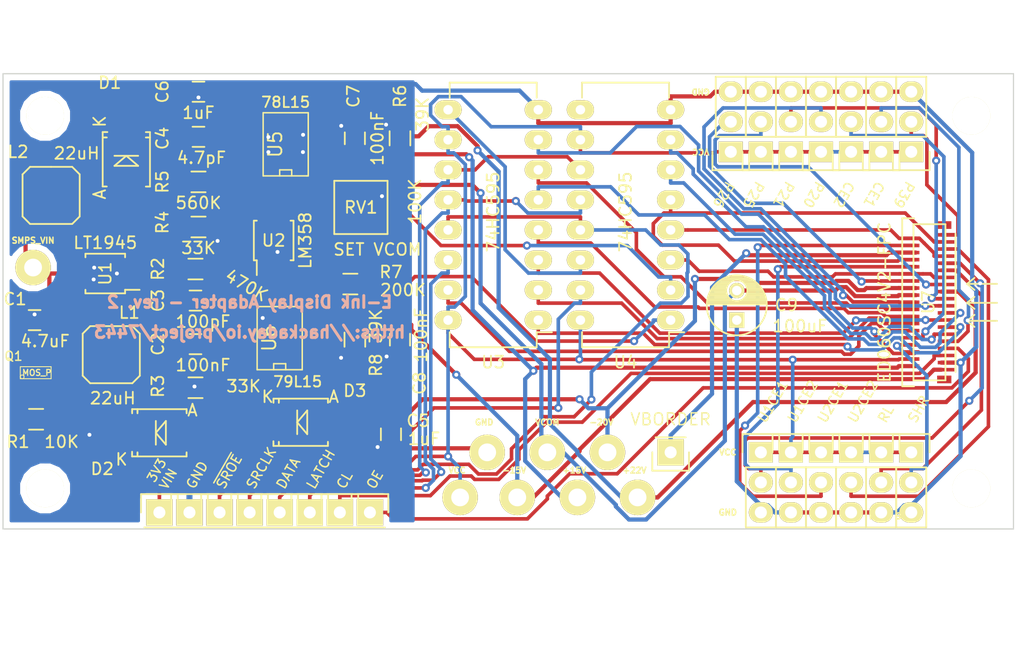
<source format=kicad_pcb>
(kicad_pcb (version 20171130) (host pcbnew "(5.1.12)-1")
  (layers (0 F.Cu signal) (31 B.Cu mixed) (34 B.Paste user) (35 F.Paste user) (36 B.SilkS user) (37 F.SilkS user) (38 B.Mask user) (39 F.Mask user) (44 Edge.Cuts user))
  (net 0 "")
  (net 1 /+15V)
  (net 2 /+22V)
  (net 3 /-15V)
  (net 4 /-20V)
  (net 5 /CKV)
  (net 6 /CL)
  (net 7 /D0)
  (net 8 /D1)
  (net 9 /D2)
  (net 10 /D3)
  (net 11 /D4)
  (net 12 /D5)
  (net 13 /D6)
  (net 14 /D7)
  (net 15 /FB2)
  (net 16 /GMODE)
  (net 17 /LE)
  (net 18 /NFB1)
  (net 19 /OE)
  (net 20 /P20)
  (net 21 /P21)
  (net 22 /P25)
  (net 23 /P26)
  (net 24 /P39)
  (net 25 /SMPS_CTRL)
  (net 26 /SMPS_VIN)
  (net 27 /SPH)
  (net 28 /SPV)
  (net 29 /SW1)
  (net 30 /SW2)
  (net 31 /U1CE1)
  (net 32 /U1CE2)
  (net 33 /U2CE1)
  (net 34 /U2CE2)
  (net 35 /VBORDER)
  (net 36 /VCOM)
  (net 37 /VNEG_CTRL)
  (net 38 /VPOS_CTRL)
  (net 39 GND)
  (net 40 "Net-(C2-Pad2)")
  (net 41 "Net-(R7-Pad1)")
  (net 42 "Net-(RV1-Pad2)")
  (net 43 "Net-(U2-Pad1)")
  (net 44 VCC)
  (net 45 /SRDATA)
  (net 46 /SRCLK)
  (net 47 /LATCH)
  (net 48 /~SROE~)
  (net 49 /SHR)
  (net 50 /CE1)
  (net 51 /CE2)
  (net 52 /RL)
  (net 53 "Net-(U3-Pad9)")
  (module Mounting_Holes:MountingHole_3.2mm_M3 (layer F.Cu) (at 160.02 113.792)
    (fp_text reference MNT2 hide)
    (fp_text value MountingHole_3.2mm_M3 hide)
    (pad 1 np_thru_hole circle (at 0 0) (size 3.2 3.2) (drill 3.2) (layers *.Cu *.Mask F.SilkS))
  )
  (module Mounting_Holes:MountingHole_3.2mm_M3 (layer F.Cu) (at 160.02 145.288)
    (fp_text reference MNT3 hide)
    (fp_text value MountingHole_3.2mm_M3 hide)
    (pad 1 np_thru_hole circle (at 0 0) (size 3.2 3.2) (drill 3.2) (layers *.Cu *.Mask F.SilkS))
  )
  (module Mounting_Holes:MountingHole_3.2mm_M3 (layer F.Cu) (at 81.788 145.288)
    (fp_text reference MNT4 hide)
    (fp_text value MountingHole_3.2mm_M3 hide)
    (pad 1 np_thru_hole circle (at 0 0) (size 3.2 3.2) (drill 3.2) (layers *.Cu *.Mask F.SilkS))
  )
  (module Capacitors_SMD:C_0805_HandSoldering (layer F.Cu) (at 80.899 131.064 180)
    (fp_text reference C1 (at 1.651 1.778) (layer F.SilkS))
    (fp_text value 4.7uF (at -0.889 -1.778 180) (layer F.SilkS))
    (pad 1 smd rect (at -1.25 0 180) (size 1.5 1.25) (layers F.Cu F.Paste F.Mask) (net 26 /SMPS_VIN))
    (pad 2 smd rect (at 1.25 0 180) (size 1.5 1.25) (layers F.Cu F.Paste F.Mask) (net 39 GND))
  )
  (module Capacitors_SMD:C_0805_HandSoldering (layer F.Cu) (at 94.488 133.096)
    (fp_text reference C2 (at -3.175 0 270) (layer F.SilkS))
    (fp_text value 100nF (at 0.635 1.778) (layer F.SilkS))
    (pad 1 smd rect (at -1.25 0) (size 1.5 1.25) (layers F.Cu F.Paste F.Mask) (net 29 /SW1))
    (pad 2 smd rect (at 1.25 0) (size 1.5 1.25) (layers F.Cu F.Paste F.Mask) (net 40 "Net-(C2-Pad2)"))
  )
  (module Capacitors_SMD:C_0805_HandSoldering (layer F.Cu) (at 94.488 129.413 180)
    (fp_text reference C3 (at 3.175 0 90) (layer F.SilkS))
    (fp_text value 100pF (at -0.635 -1.778 180) (layer F.SilkS))
    (pad 1 smd rect (at -1.25 0 180) (size 1.5 1.25) (layers F.Cu F.Paste F.Mask) (net 4 /-20V))
    (pad 2 smd rect (at 1.25 0 180) (size 1.5 1.25) (layers F.Cu F.Paste F.Mask) (net 18 /NFB1))
  )
  (module Capacitors_SMD:C_0805_HandSoldering (layer F.Cu) (at 94.742 115.57 180)
    (fp_text reference C4 (at 3.048 -0.127 270) (layer F.SilkS))
    (fp_text value 4.7pF (at -0.254 -1.778) (layer F.SilkS))
    (pad 1 smd rect (at -1.25 0 180) (size 1.5 1.25) (layers F.Cu F.Paste F.Mask) (net 2 /+22V))
    (pad 2 smd rect (at 1.25 0 180) (size 1.5 1.25) (layers F.Cu F.Paste F.Mask) (net 15 /FB2))
  )
  (module Capacitors_SMD:C_0805_HandSoldering (layer F.Cu) (at 110.998 140.716 270)
    (fp_text reference C5 (at -1.143 -2.286) (layer F.SilkS))
    (fp_text value 1uF (at 0.381 -2.794) (layer F.SilkS))
    (pad 1 smd rect (at -1.25 0 270) (size 1.5 1.25) (layers F.Cu F.Paste F.Mask) (net 4 /-20V))
    (pad 2 smd rect (at 1.25 0 270) (size 1.5 1.25) (layers F.Cu F.Paste F.Mask) (net 39 GND))
  )
  (module Capacitors_SMD:C_0805_HandSoldering (layer F.Cu) (at 94.742 111.76)
    (fp_text reference C6 (at -3.048 0 90) (layer F.SilkS))
    (fp_text value 1uF (at 0 1.778 180) (layer F.SilkS))
    (pad 1 smd rect (at -1.25 0) (size 1.5 1.25) (layers F.Cu F.Paste F.Mask) (net 39 GND))
    (pad 2 smd rect (at 1.25 0) (size 1.5 1.25) (layers F.Cu F.Paste F.Mask) (net 2 /+22V))
  )
  (module Capacitors_SMD:C_0805_HandSoldering (layer F.Cu) (at 107.95 115.697 90)
    (fp_text reference C7 (at 3.556 -0.127 270) (layer F.SilkS))
    (fp_text value 100nF (at 0 1.905 90) (layer F.SilkS))
    (pad 1 smd rect (at -1.25 0 90) (size 1.5 1.25) (layers F.Cu F.Paste F.Mask) (net 1 /+15V))
    (pad 2 smd rect (at 1.25 0 90) (size 1.5 1.25) (layers F.Cu F.Paste F.Mask) (net 39 GND))
  )
  (module Capacitors_SMD:C_0805_HandSoldering (layer F.Cu) (at 111.76 132.715 270)
    (fp_text reference C8 (at 3.683 -1.651 270) (layer F.SilkS))
    (fp_text value 100nF (at -0.381 -1.778 270) (layer F.SilkS))
    (pad 1 smd rect (at -1.25 0 270) (size 1.5 1.25) (layers F.Cu F.Paste F.Mask) (net 3 /-15V))
    (pad 2 smd rect (at 1.25 0 270) (size 1.5 1.25) (layers F.Cu F.Paste F.Mask) (net 39 GND))
  )
  (module Capacitors_ThroughHole:C_Radial_D5_L6_P2.5 (layer F.Cu) (at 140.208 131.064 90)
    (fp_text reference C9 (at 1.27 4.191 180) (layer F.SilkS))
    (fp_text value 100uF (at -0.508 5.334 180) (layer F.SilkS))
    (pad 1 thru_hole rect (at 0 0 90) (size 1.3 1.3) (drill 0.8) (layers *.Cu *.Mask F.SilkS) (net 39 GND))
    (pad 2 thru_hole circle (at 2.5 0 90) (size 1.3 1.3) (drill 0.8) (layers *.Cu *.Mask F.SilkS) (net 36 /VCOM))
  )
  (module Diodes_SMD:SMB-SMC_Universal_Handsoldering (layer F.Cu) (at 88.646 117.475 270)
    (fp_text reference D1 (at -6.477 1.397) (layer F.SilkS))
    (fp_text value D_Schottky hide)
    (fp_text user K (at -3.2 2.25 270) (layer F.SilkS))
    (fp_text user A (at 2.95 2.25 270) (layer F.SilkS))
    (pad 1 smd trapezoid (at -3.2004 0 270) (size 4.30022 2.60096) (rect_delta 1.00076 0) (layers F.Cu F.Paste F.Mask) (net 2 /+22V))
    (pad 2 smd trapezoid (at 3.2004 0 90) (size 4.30022 2.60096) (rect_delta 1.00076 0) (layers F.Cu F.Paste F.Mask) (net 30 /SW2))
  )
  (module Diodes_SMD:SMB-SMC_Universal_Handsoldering (layer F.Cu) (at 91.44 140.589)
    (fp_text reference D2 (at -4.826 3.048) (layer F.SilkS))
    (fp_text value D_Schottky hide)
    (fp_text user K (at -3.2 2.25) (layer F.SilkS))
    (fp_text user A (at 2.794 -1.905) (layer F.SilkS))
    (pad 1 smd trapezoid (at -3.2004 0) (size 4.30022 2.60096) (rect_delta 1.00076 0) (layers F.Cu F.Paste F.Mask) (net 39 GND))
    (pad 2 smd trapezoid (at 3.2004 0 180) (size 4.30022 2.60096) (rect_delta 1.00076 0) (layers F.Cu F.Paste F.Mask) (net 40 "Net-(C2-Pad2)"))
  )
  (module Diodes_SMD:SMB-SMC_Universal_Handsoldering (layer F.Cu) (at 103.378 139.7)
    (fp_text reference D3 (at 4.572 -2.667) (layer F.SilkS))
    (fp_text value D_Schottky hide)
    (fp_text user K (at -2.794 -2.159) (layer F.SilkS))
    (fp_text user A (at 2.794 -2.159) (layer F.SilkS))
    (pad 1 smd trapezoid (at -3.2004 0) (size 4.30022 2.60096) (rect_delta 1.00076 0) (layers F.Cu F.Paste F.Mask) (net 40 "Net-(C2-Pad2)"))
    (pad 2 smd trapezoid (at 3.2004 0 180) (size 4.30022 2.60096) (rect_delta 1.00076 0) (layers F.Cu F.Paste F.Mask) (net 4 /-20V))
  )
  (module Inductors:SELF-WE-TPC_M (layer F.Cu) (at 87.376 133.985)
    (fp_text reference L1 (at 1.524 -3.556 180) (layer F.SilkS))
    (fp_text value 22uH (at 0.127 3.683) (layer F.SilkS))
    (pad 1 smd rect (at -2.159 0) (size 1.50114 5.30098) (layers F.Cu F.Paste F.Mask) (net 26 /SMPS_VIN))
    (pad 2 smd rect (at 2.159 0) (size 1.50114 5.30098) (layers F.Cu F.Paste F.Mask) (net 29 /SW1))
  )
  (module Inductors:SELF-WE-TPC_M (layer F.Cu) (at 82.296 120.523)
    (fp_text reference L2 (at -2.794 -3.683 180) (layer F.SilkS))
    (fp_text value 22uH (at 2.159 -3.556) (layer F.SilkS))
    (pad 1 smd rect (at -2.159 0) (size 1.50114 5.30098) (layers F.Cu F.Paste F.Mask) (net 26 /SMPS_VIN))
    (pad 2 smd rect (at 2.159 0) (size 1.50114 5.30098) (layers F.Cu F.Paste F.Mask) (net 30 /SW2))
  )
  (module Pin_Headers:Pin_Header_Straight_1x01 (layer F.Cu) (at 93.98 147.32)
    (fp_text reference P1 hide)
    (fp_text value CONN_1 hide)
    (pad 1 thru_hole rect (at 0 0) (size 2.2352 2.2352) (drill 1.016) (layers *.Cu *.Mask F.SilkS) (net 39 GND))
  )
  (module Pin_Headers:Pin_Header_Straight_1x01 (layer F.Cu) (at 101.6 147.32)
    (fp_text reference P2 hide)
    (fp_text value CONN_01X01 hide)
    (pad 1 thru_hole rect (at 0 0) (size 2.2352 2.2352) (drill 1.016) (layers *.Cu *.Mask F.SilkS) (net 45 /SRDATA))
  )
  (module Pin_Headers:Pin_Header_Straight_1x01 (layer F.Cu) (at 99.06 147.32)
    (fp_text reference P3 hide)
    (fp_text value CONN_01X01 hide)
    (pad 1 thru_hole rect (at 0 0) (size 2.2352 2.2352) (drill 1.016) (layers *.Cu *.Mask F.SilkS) (net 46 /SRCLK))
  )
  (module Pin_Headers:Pin_Header_Straight_1x01 (layer F.Cu) (at 104.14 147.32)
    (fp_text reference P5 hide)
    (fp_text value CONN_01X01 hide)
    (pad 1 thru_hole rect (at 0 0) (size 2.2352 2.2352) (drill 1.016) (layers *.Cu *.Mask F.SilkS) (net 47 /LATCH))
  )
  (module eink-footprints:IRLML6402 (layer F.Cu) (at 81.026 135.509)
    (fp_text reference Q1 (at -1.905 -1.397 180) (layer F.SilkS) (effects (font (size 0.762 0.762) (thickness 0.11938))))
    (fp_text value MOS_P (at 0.0635 0) (layer F.SilkS) (effects (font (size 0.50038 0.50038) (thickness 0.09906))))
    (pad D smd rect (at 0 -1.09982) (size 0.8001 1.00076) (layers F.Cu F.Paste F.Mask) (net 26 /SMPS_VIN))
    (pad S smd rect (at 0.9525 1.09982) (size 0.8001 1.00076) (layers F.Cu F.Paste F.Mask) (net 44 VCC))
    (pad G smd rect (at -0.9525 1.09982) (size 0.8001 1.00076) (layers F.Cu F.Paste F.Mask) (net 25 /SMPS_CTRL))
  )
  (module Resistors_SMD:R_0805_HandSoldering (layer F.Cu) (at 81.026 139.446 180)
    (fp_text reference R1 (at 1.524 -1.905) (layer F.SilkS))
    (fp_text value 10K (at -2.159 -1.905 180) (layer F.SilkS))
    (pad 1 smd rect (at -1.35 0 180) (size 1.5 1.3) (layers F.Cu F.Paste F.Mask) (net 44 VCC))
    (pad 2 smd rect (at 1.35 0 180) (size 1.5 1.3) (layers F.Cu F.Paste F.Mask) (net 25 /SMPS_CTRL))
  )
  (module Resistors_SMD:R_0805_HandSoldering (layer F.Cu) (at 94.488 126.746 180)
    (fp_text reference R2 (at 3.175 0 270) (layer F.SilkS))
    (fp_text value 470K hide)
    (pad 1 smd rect (at -1.35 0 180) (size 1.5 1.3) (layers F.Cu F.Paste F.Mask) (net 4 /-20V))
    (pad 2 smd rect (at 1.35 0 180) (size 1.5 1.3) (layers F.Cu F.Paste F.Mask) (net 18 /NFB1))
  )
  (module Resistors_SMD:R_0805_HandSoldering (layer F.Cu) (at 94.488 136.779 180)
    (fp_text reference R3 (at 3.175 0.127 90) (layer F.SilkS))
    (fp_text value 33K (at -4.064 0.127 180) (layer F.SilkS))
    (pad 1 smd rect (at -1.35 0 180) (size 1.5 1.3) (layers F.Cu F.Paste F.Mask) (net 18 /NFB1))
    (pad 2 smd rect (at 1.35 0 180) (size 1.5 1.3) (layers F.Cu F.Paste F.Mask) (net 39 GND))
  )
  (module Resistors_SMD:R_0805_HandSoldering (layer F.Cu) (at 94.742 123.19 180)
    (fp_text reference R4 (at 3.048 0.381 270) (layer F.SilkS))
    (fp_text value 33K (at 0 -1.778 180) (layer F.SilkS))
    (pad 1 smd rect (at -1.35 0 180) (size 1.5 1.3) (layers F.Cu F.Paste F.Mask) (net 39 GND))
    (pad 2 smd rect (at 1.35 0 180) (size 1.5 1.3) (layers F.Cu F.Paste F.Mask) (net 15 /FB2))
  )
  (module Resistors_SMD:R_0805_HandSoldering (layer F.Cu) (at 94.742 119.38)
    (fp_text reference R5 (at -3.048 0 90) (layer F.SilkS))
    (fp_text value 560K (at 0 1.778) (layer F.SilkS))
    (pad 1 smd rect (at -1.35 0) (size 1.5 1.3) (layers F.Cu F.Paste F.Mask) (net 15 /FB2))
    (pad 2 smd rect (at 1.35 0) (size 1.5 1.3) (layers F.Cu F.Paste F.Mask) (net 2 /+22V))
  )
  (module Resistors_SMD:R_0805_HandSoldering (layer F.Cu) (at 111.76 115.697 90)
    (fp_text reference R6 (at 3.556 0 270) (layer F.SilkS))
    (fp_text value 39K (at 2.032 1.905 90) (layer F.SilkS))
    (pad 1 smd rect (at -1.35 0 90) (size 1.5 1.3) (layers F.Cu F.Paste F.Mask) (net 1 /+15V))
    (pad 2 smd rect (at 1.35 0 90) (size 1.5 1.3) (layers F.Cu F.Paste F.Mask) (net 39 GND))
  )
  (module Resistors_SMD:R_0805_HandSoldering (layer F.Cu) (at 107.569 128.016 180)
    (fp_text reference R7 (at -3.429 1.016 180) (layer F.SilkS))
    (fp_text value 200K (at -4.445 -0.508 180) (layer F.SilkS))
    (pad 1 smd rect (at -1.35 0 180) (size 1.5 1.3) (layers F.Cu F.Paste F.Mask) (net 41 "Net-(R7-Pad1)"))
    (pad 2 smd rect (at 1.35 0 180) (size 1.5 1.3) (layers F.Cu F.Paste F.Mask) (net 3 /-15V))
  )
  (module Resistors_SMD:R_0805_HandSoldering (layer F.Cu) (at 107.95 132.715 270)
    (fp_text reference R8 (at 2.159 -1.778 270) (layer F.SilkS))
    (fp_text value 39K (at -1.143 -1.778 270) (layer F.SilkS))
    (pad 1 smd rect (at -1.35 0 270) (size 1.5 1.3) (layers F.Cu F.Paste F.Mask) (net 3 /-15V))
    (pad 2 smd rect (at 1.35 0 270) (size 1.5 1.3) (layers F.Cu F.Paste F.Mask) (net 39 GND))
  )
  (module eink-footprints:Bourns_3314G-1 (layer F.Cu) (at 108.458 121.539 90)
    (fp_text reference RV1 (at 0 0 180) (layer F.SilkS))
    (fp_text value 100K (at 0.508 4.572 90) (layer F.SilkS))
    (pad 1 smd rect (at 1.15 2.96 90) (size 1.3 1.3) (layers F.Cu F.Paste F.Mask) (net 39 GND))
    (pad 3 smd rect (at -1.15 2.96 90) (size 1.3 1.3) (layers F.Cu F.Paste F.Mask) (net 41 "Net-(R7-Pad1)"))
    (pad 2 smd rect (at 0 -2.54 90) (size 2 1.3) (layers F.Cu F.Paste F.Mask) (net 42 "Net-(RV1-Pad2)"))
  )
  (module Housings_SSOP:MSOP-10_3x3mm_Pitch0.5mm (layer F.Cu) (at 86.868 127.127 180)
    (fp_text reference U1 (at 0 0 270) (layer F.SilkS))
    (fp_text value LT1945 (at 0 2.6 180) (layer F.SilkS))
    (pad 1 smd rect (at -2.2 -1 180) (size 1.4 0.3) (layers F.Cu F.Paste F.Mask) (net 18 /NFB1))
    (pad 2 smd rect (at -2.2 -0.5 180) (size 1.4 0.3) (layers F.Cu F.Paste F.Mask) (net 37 /VNEG_CTRL))
    (pad 3 smd rect (at -2.2 0 180) (size 1.4 0.3) (layers F.Cu F.Paste F.Mask) (net 39 GND))
    (pad 4 smd rect (at -2.2 0.5 180) (size 1.4 0.3) (layers F.Cu F.Paste F.Mask) (net 38 /VPOS_CTRL))
    (pad 5 smd rect (at -2.2 1 180) (size 1.4 0.3) (layers F.Cu F.Paste F.Mask) (net 15 /FB2))
    (pad 6 smd rect (at 2.2 1 180) (size 1.4 0.3) (layers F.Cu F.Paste F.Mask) (net 30 /SW2))
    (pad 7 smd rect (at 2.2 0.5 180) (size 1.4 0.3) (layers F.Cu F.Paste F.Mask) (net 39 GND))
    (pad 8 smd rect (at 2.2 0 180) (size 1.4 0.3) (layers F.Cu F.Paste F.Mask) (net 26 /SMPS_VIN))
    (pad 9 smd rect (at 2.2 -0.5 180) (size 1.4 0.3) (layers F.Cu F.Paste F.Mask) (net 39 GND))
    (pad 10 smd rect (at 2.2 -1 180) (size 1.4 0.3) (layers F.Cu F.Paste F.Mask) (net 29 /SW1))
  )
  (module Housings_SSOP:MSOP-8_3x3mm_Pitch0.65mm (layer F.Cu) (at 101.092 124.333 90)
    (fp_text reference U2 (at 0 0 180) (layer F.SilkS))
    (fp_text value LM358 (at 0 2.667 90) (layer F.SilkS))
    (pad 1 smd rect (at -2.2 -0.975 90) (size 1.45 0.45) (layers F.Cu F.Paste F.Mask) (net 43 "Net-(U2-Pad1)"))
    (pad 2 smd rect (at -2.2 -0.325 90) (size 1.45 0.45) (layers F.Cu F.Paste F.Mask) (net 43 "Net-(U2-Pad1)"))
    (pad 3 smd rect (at -2.2 0.325 90) (size 1.45 0.45) (layers F.Cu F.Paste F.Mask) (net 39 GND))
    (pad 4 smd rect (at -2.2 0.975 90) (size 1.45 0.45) (layers F.Cu F.Paste F.Mask) (net 3 /-15V))
    (pad 5 smd rect (at 2.2 0.975 90) (size 1.45 0.45) (layers F.Cu F.Paste F.Mask) (net 42 "Net-(RV1-Pad2)"))
    (pad 6 smd rect (at 2.2 0.325 90) (size 1.45 0.45) (layers F.Cu F.Paste F.Mask) (net 36 /VCOM))
    (pad 7 smd rect (at 2.2 -0.325 90) (size 1.45 0.45) (layers F.Cu F.Paste F.Mask) (net 36 /VCOM))
    (pad 8 smd rect (at 2.2 -0.975 90) (size 1.45 0.45) (layers F.Cu F.Paste F.Mask) (net 1 /+15V))
  )
  (module Pin_Headers:Pin_Header_Straight_1x01 (layer F.Cu) (at 96.52 147.32)
    (fp_text reference P6 hide)
    (fp_text value CONN_01X01 hide)
    (pad 1 thru_hole rect (at 0 0) (size 2.2352 2.2352) (drill 1.016) (layers *.Cu *.Mask F.SilkS) (net 48 /~SROE~))
  )
  (module Pin_Headers:Pin_Header_Straight_1x01 (layer F.Cu) (at 106.68 147.32)
    (fp_text reference P7 hide)
    (fp_text value CONN_1 hide)
    (pad 1 thru_hole rect (at 0 0) (size 2.2352 2.2352) (drill 1.016) (layers *.Cu *.Mask F.SilkS) (net 6 /CL))
  )
  (module Pin_Headers:Pin_Header_Straight_1x01 (layer F.Cu) (at 109.22 147.32)
    (fp_text reference P8 hide)
    (fp_text value CONN_1 hide)
    (pad 1 thru_hole rect (at 0 0) (size 2.2352 2.2352) (drill 1.016) (layers *.Cu *.Mask F.SilkS) (net 19 /OE))
  )
  (module Pin_Headers:Pin_Header_Straight_1x01 (layer F.Cu) (at 134.62 142.24 180)
    (fp_text reference P9 hide)
    (fp_text value CONN_1 hide)
    (pad 1 thru_hole rect (at 0 0 180) (size 2.2352 2.2352) (drill 1.016) (layers *.Cu *.Mask F.SilkS) (net 35 /VBORDER))
  )
  (module Pin_Headers:Pin_Header_Straight_1x03 (layer F.Cu) (at 154.94 142.24)
    (fp_text reference SW1 hide)
    (fp_text value SW_SPDT_Small hide)
    (pad 1 thru_hole rect (at 0 0) (size 2.032 1.7272) (drill 1.016) (layers *.Cu *.Mask F.SilkS) (net 44 VCC))
    (pad 2 thru_hole oval (at 0 2.54) (size 2.032 1.7272) (drill 1.016) (layers *.Cu *.Mask F.SilkS) (net 49 /SHR))
    (pad 3 thru_hole oval (at 0 5.08) (size 2.032 1.7272) (drill 1.016) (layers *.Cu *.Mask F.SilkS) (net 39 GND))
  )
  (module Pin_Headers:Pin_Header_Straight_1x03 (layer F.Cu) (at 152.4 116.84 180)
    (fp_text reference SW2 hide)
    (fp_text value SW_SPDT_Small hide)
    (pad 1 thru_hole rect (at 0 0 180) (size 2.032 1.7272) (drill 1.016) (layers *.Cu *.Mask F.SilkS) (net 44 VCC))
    (pad 2 thru_hole oval (at 0 2.54 180) (size 2.032 1.7272) (drill 1.016) (layers *.Cu *.Mask F.SilkS) (net 50 /CE1))
    (pad 3 thru_hole oval (at 0 5.08 180) (size 2.032 1.7272) (drill 1.016) (layers *.Cu *.Mask F.SilkS) (net 39 GND))
  )
  (module Pin_Headers:Pin_Header_Straight_1x03 (layer F.Cu) (at 149.86 116.84 180)
    (fp_text reference SW3 hide)
    (fp_text value SW_SPDT_Small hide)
    (pad 1 thru_hole rect (at 0 0 180) (size 2.032 1.7272) (drill 1.016) (layers *.Cu *.Mask F.SilkS) (net 44 VCC))
    (pad 2 thru_hole oval (at 0 2.54 180) (size 2.032 1.7272) (drill 1.016) (layers *.Cu *.Mask F.SilkS) (net 51 /CE2))
    (pad 3 thru_hole oval (at 0 5.08 180) (size 2.032 1.7272) (drill 1.016) (layers *.Cu *.Mask F.SilkS) (net 39 GND))
  )
  (module Pin_Headers:Pin_Header_Straight_1x03 (layer F.Cu) (at 147.32 116.84 180)
    (fp_text reference SW4 hide)
    (fp_text value SW_SPDT_Small hide)
    (pad 1 thru_hole rect (at 0 0 180) (size 2.032 1.7272) (drill 1.016) (layers *.Cu *.Mask F.SilkS) (net 44 VCC))
    (pad 2 thru_hole oval (at 0 2.54 180) (size 2.032 1.7272) (drill 1.016) (layers *.Cu *.Mask F.SilkS) (net 20 /P20))
    (pad 3 thru_hole oval (at 0 5.08 180) (size 2.032 1.7272) (drill 1.016) (layers *.Cu *.Mask F.SilkS) (net 39 GND))
  )
  (module Pin_Headers:Pin_Header_Straight_1x03 (layer F.Cu) (at 144.78 116.84 180)
    (fp_text reference SW5 hide)
    (fp_text value SW_SPDT_Small hide)
    (pad 1 thru_hole rect (at 0 0 180) (size 2.032 1.7272) (drill 1.016) (layers *.Cu *.Mask F.SilkS) (net 44 VCC))
    (pad 2 thru_hole oval (at 0 2.54 180) (size 2.032 1.7272) (drill 1.016) (layers *.Cu *.Mask F.SilkS) (net 21 /P21))
    (pad 3 thru_hole oval (at 0 5.08 180) (size 2.032 1.7272) (drill 1.016) (layers *.Cu *.Mask F.SilkS) (net 39 GND))
  )
  (module Pin_Headers:Pin_Header_Straight_1x03 (layer F.Cu) (at 142.24 116.84 180)
    (fp_text reference SW6 hide)
    (fp_text value SW_SPDT_Small hide)
    (pad 1 thru_hole rect (at 0 0 180) (size 2.032 1.7272) (drill 1.016) (layers *.Cu *.Mask F.SilkS) (net 44 VCC))
    (pad 2 thru_hole oval (at 0 2.54 180) (size 2.032 1.7272) (drill 1.016) (layers *.Cu *.Mask F.SilkS) (net 22 /P25))
    (pad 3 thru_hole oval (at 0 5.08 180) (size 2.032 1.7272) (drill 1.016) (layers *.Cu *.Mask F.SilkS) (net 39 GND))
  )
  (module Pin_Headers:Pin_Header_Straight_1x03 (layer F.Cu) (at 139.7 116.84 180)
    (fp_text reference SW7 hide)
    (fp_text value SW_SPDT_Small hide)
    (pad 1 thru_hole rect (at 0 0 180) (size 2.032 1.7272) (drill 1.016) (layers *.Cu *.Mask F.SilkS) (net 44 VCC))
    (pad 2 thru_hole oval (at 0 2.54 180) (size 2.032 1.7272) (drill 1.016) (layers *.Cu *.Mask F.SilkS) (net 23 /P26))
    (pad 3 thru_hole oval (at 0 5.08 180) (size 2.032 1.7272) (drill 1.016) (layers *.Cu *.Mask F.SilkS) (net 39 GND))
  )
  (module Pin_Headers:Pin_Header_Straight_1x03 (layer F.Cu) (at 152.4 142.24)
    (fp_text reference SW8 hide)
    (fp_text value SW_SPDT_Small hide)
    (pad 1 thru_hole rect (at 0 0) (size 2.032 1.7272) (drill 1.016) (layers *.Cu *.Mask F.SilkS) (net 44 VCC))
    (pad 2 thru_hole oval (at 0 2.54) (size 2.032 1.7272) (drill 1.016) (layers *.Cu *.Mask F.SilkS) (net 52 /RL))
    (pad 3 thru_hole oval (at 0 5.08) (size 2.032 1.7272) (drill 1.016) (layers *.Cu *.Mask F.SilkS) (net 39 GND))
  )
  (module Pin_Headers:Pin_Header_Straight_1x03 (layer F.Cu) (at 144.78 142.24)
    (fp_text reference SW9 hide)
    (fp_text value SW_SPDT_Small hide)
    (pad 1 thru_hole rect (at 0 0) (size 2.032 1.7272) (drill 1.016) (layers *.Cu *.Mask F.SilkS) (net 44 VCC))
    (pad 2 thru_hole oval (at 0 2.54) (size 2.032 1.7272) (drill 1.016) (layers *.Cu *.Mask F.SilkS) (net 32 /U1CE2))
    (pad 3 thru_hole oval (at 0 5.08) (size 2.032 1.7272) (drill 1.016) (layers *.Cu *.Mask F.SilkS) (net 39 GND))
  )
  (module Pin_Headers:Pin_Header_Straight_1x03 (layer F.Cu) (at 142.24 142.24)
    (fp_text reference SW10 hide)
    (fp_text value SW_SPDT_Small hide)
    (pad 1 thru_hole rect (at 0 0) (size 2.032 1.7272) (drill 1.016) (layers *.Cu *.Mask F.SilkS) (net 44 VCC))
    (pad 2 thru_hole oval (at 0 2.54) (size 2.032 1.7272) (drill 1.016) (layers *.Cu *.Mask F.SilkS) (net 31 /U1CE1))
    (pad 3 thru_hole oval (at 0 5.08) (size 2.032 1.7272) (drill 1.016) (layers *.Cu *.Mask F.SilkS) (net 39 GND))
  )
  (module Pin_Headers:Pin_Header_Straight_1x03 (layer F.Cu) (at 149.86 142.24)
    (fp_text reference SW11 hide)
    (fp_text value SW_SPDT_Small hide)
    (pad 1 thru_hole rect (at 0 0) (size 2.032 1.7272) (drill 1.016) (layers *.Cu *.Mask F.SilkS) (net 44 VCC))
    (pad 2 thru_hole oval (at 0 2.54) (size 2.032 1.7272) (drill 1.016) (layers *.Cu *.Mask F.SilkS) (net 34 /U2CE2))
    (pad 3 thru_hole oval (at 0 5.08) (size 2.032 1.7272) (drill 1.016) (layers *.Cu *.Mask F.SilkS) (net 39 GND))
  )
  (module Pin_Headers:Pin_Header_Straight_1x03 (layer F.Cu) (at 147.32 142.24)
    (fp_text reference SW12 hide)
    (fp_text value SW_SPDT_Small hide)
    (pad 1 thru_hole rect (at 0 0) (size 2.032 1.7272) (drill 1.016) (layers *.Cu *.Mask F.SilkS) (net 44 VCC))
    (pad 2 thru_hole oval (at 0 2.54) (size 2.032 1.7272) (drill 1.016) (layers *.Cu *.Mask F.SilkS) (net 33 /U2CE1))
    (pad 3 thru_hole oval (at 0 5.08) (size 2.032 1.7272) (drill 1.016) (layers *.Cu *.Mask F.SilkS) (net 39 GND))
  )
  (module Housings_DIP:DIP-16_W7.62mm_LongPads (layer F.Cu) (at 123.444 131.064 180)
    (fp_text reference U3 (at 3.81 -3.556 180) (layer F.SilkS))
    (fp_text value 74HC595 (at 3.81 9.144 270) (layer F.SilkS))
    (pad 1 thru_hole oval (at 0 0 180) (size 2.3 1.6) (drill 0.8) (layers *.Cu *.Mask F.SilkS) (net 8 /D1))
    (pad 2 thru_hole oval (at 0 2.54 180) (size 2.3 1.6) (drill 0.8) (layers *.Cu *.Mask F.SilkS) (net 9 /D2))
    (pad 3 thru_hole oval (at 0 5.08 180) (size 2.3 1.6) (drill 0.8) (layers *.Cu *.Mask F.SilkS) (net 10 /D3))
    (pad 4 thru_hole oval (at 0 7.62 180) (size 2.3 1.6) (drill 0.8) (layers *.Cu *.Mask F.SilkS) (net 11 /D4))
    (pad 5 thru_hole oval (at 0 10.16 180) (size 2.3 1.6) (drill 0.8) (layers *.Cu *.Mask F.SilkS) (net 12 /D5))
    (pad 6 thru_hole oval (at 0 12.7 180) (size 2.3 1.6) (drill 0.8) (layers *.Cu *.Mask F.SilkS) (net 13 /D6))
    (pad 7 thru_hole oval (at 0 15.24 180) (size 2.3 1.6) (drill 0.8) (layers *.Cu *.Mask F.SilkS) (net 14 /D7))
    (pad 8 thru_hole oval (at 0 17.78 180) (size 2.3 1.6) (drill 0.8) (layers *.Cu *.Mask F.SilkS) (net 39 GND))
    (pad 9 thru_hole oval (at 7.62 17.78 180) (size 2.3 1.6) (drill 0.8) (layers *.Cu *.Mask F.SilkS) (net 53 "Net-(U3-Pad9)"))
    (pad 10 thru_hole oval (at 7.62 15.24 180) (size 2.3 1.6) (drill 0.8) (layers *.Cu *.Mask F.SilkS) (net 44 VCC))
    (pad 11 thru_hole oval (at 7.62 12.7 180) (size 2.3 1.6) (drill 0.8) (layers *.Cu *.Mask F.SilkS) (net 46 /SRCLK))
    (pad 12 thru_hole oval (at 7.62 10.16 180) (size 2.3 1.6) (drill 0.8) (layers *.Cu *.Mask F.SilkS) (net 47 /LATCH))
    (pad 13 thru_hole oval (at 7.62 7.62 180) (size 2.3 1.6) (drill 0.8) (layers *.Cu *.Mask F.SilkS) (net 48 /~SROE~))
    (pad 14 thru_hole oval (at 7.62 5.08 180) (size 2.3 1.6) (drill 0.8) (layers *.Cu *.Mask F.SilkS) (net 45 /SRDATA))
    (pad 15 thru_hole oval (at 7.62 2.54 180) (size 2.3 1.6) (drill 0.8) (layers *.Cu *.Mask F.SilkS) (net 7 /D0))
    (pad 16 thru_hole oval (at 7.62 0 180) (size 2.3 1.6) (drill 0.8) (layers *.Cu *.Mask F.SilkS) (net 44 VCC))
  )
  (module Housings_DIP:DIP-16_W7.62mm_LongPads (layer F.Cu) (at 134.62 131.064 180)
    (fp_text reference U4 (at 3.81 -3.556 180) (layer F.SilkS))
    (fp_text value 74HC595 (at 3.81 9.144 270) (layer F.SilkS))
    (pad 1 thru_hole oval (at 0 0 180) (size 2.3 1.6) (drill 0.8) (layers *.Cu *.Mask F.SilkS) (net 37 /VNEG_CTRL))
    (pad 2 thru_hole oval (at 0 2.54 180) (size 2.3 1.6) (drill 0.8) (layers *.Cu *.Mask F.SilkS) (net 38 /VPOS_CTRL))
    (pad 3 thru_hole oval (at 0 5.08 180) (size 2.3 1.6) (drill 0.8) (layers *.Cu *.Mask F.SilkS) (net 16 /GMODE))
    (pad 4 thru_hole oval (at 0 7.62 180) (size 2.3 1.6) (drill 0.8) (layers *.Cu *.Mask F.SilkS) (net 5 /CKV))
    (pad 5 thru_hole oval (at 0 10.16 180) (size 2.3 1.6) (drill 0.8) (layers *.Cu *.Mask F.SilkS) (net 28 /SPV))
    (pad 6 thru_hole oval (at 0 12.7 180) (size 2.3 1.6) (drill 0.8) (layers *.Cu *.Mask F.SilkS) (net 27 /SPH))
    (pad 7 thru_hole oval (at 0 15.24 180) (size 2.3 1.6) (drill 0.8) (layers *.Cu *.Mask F.SilkS) (net 17 /LE))
    (pad 8 thru_hole oval (at 0 17.78 180) (size 2.3 1.6) (drill 0.8) (layers *.Cu *.Mask F.SilkS) (net 39 GND))
    (pad 9 thru_hole oval (at 7.62 17.78 180) (size 2.3 1.6) (drill 0.8) (layers *.Cu *.Mask F.SilkS))
    (pad 10 thru_hole oval (at 7.62 15.24 180) (size 2.3 1.6) (drill 0.8) (layers *.Cu *.Mask F.SilkS) (net 44 VCC))
    (pad 11 thru_hole oval (at 7.62 12.7 180) (size 2.3 1.6) (drill 0.8) (layers *.Cu *.Mask F.SilkS) (net 46 /SRCLK))
    (pad 12 thru_hole oval (at 7.62 10.16 180) (size 2.3 1.6) (drill 0.8) (layers *.Cu *.Mask F.SilkS) (net 47 /LATCH))
    (pad 13 thru_hole oval (at 7.62 7.62 180) (size 2.3 1.6) (drill 0.8) (layers *.Cu *.Mask F.SilkS) (net 48 /~SROE~))
    (pad 14 thru_hole oval (at 7.62 5.08 180) (size 2.3 1.6) (drill 0.8) (layers *.Cu *.Mask F.SilkS) (net 53 "Net-(U3-Pad9)"))
    (pad 15 thru_hole oval (at 7.62 2.54 180) (size 2.3 1.6) (drill 0.8) (layers *.Cu *.Mask F.SilkS) (net 25 /SMPS_CTRL))
    (pad 16 thru_hole oval (at 7.62 0 180) (size 2.3 1.6) (drill 0.8) (layers *.Cu *.Mask F.SilkS) (net 44 VCC))
  )
  (module eink-footprints:78LxxA (layer F.Cu) (at 102.108 116.205 90)
    (fp_text reference U5 (at 0 -0.889 90) (layer F.SilkS) (effects (font (size 1.143 1.143) (thickness 0.1524))))
    (fp_text value 78L15 (at 3.556 0 180) (layer F.SilkS) (effects (font (size 0.889 0.889) (thickness 0.1524))))
    (pad VI smd rect (at -1.905 -2.667 90) (size 0.59944 1.39954) (layers F.Cu F.Paste F.Mask) (net 2 /+22V))
    (pad VO smd rect (at -1.905 2.667 90) (size 0.59944 1.39954) (layers F.Cu F.Paste F.Mask) (net 1 /+15V))
    (pad GND smd rect (at -0.635 -2.667 90) (size 0.59944 1.39954) (layers F.Cu F.Paste F.Mask) (net 39 GND))
    (pad GND smd rect (at 0.635 -2.667 90) (size 0.59944 1.39954) (layers F.Cu F.Paste F.Mask) (net 39 GND))
    (pad 5 smd rect (at 1.905 -2.667 90) (size 0.59944 1.39954) (layers F.Cu F.Paste F.Mask))
    (pad GND smd rect (at -0.635 2.667 90) (size 0.59944 1.39954) (layers F.Cu F.Paste F.Mask) (net 39 GND))
    (pad GND smd rect (at 0.635 2.667 90) (size 0.59944 1.39954) (layers F.Cu F.Paste F.Mask) (net 39 GND))
    (pad 4 smd rect (at 1.905 2.667 90) (size 0.59944 1.39954) (layers F.Cu F.Paste F.Mask))
  )
  (module eink-footprints:79LxxA (layer F.Cu) (at 101.6 132.588 90)
    (fp_text reference U6 (at 0 -0.889 90) (layer F.SilkS) (effects (font (size 1.143 1.143) (thickness 0.1524))))
    (fp_text value 79L15 (at -3.683 1.524 180) (layer F.SilkS) (effects (font (size 0.889 0.889) (thickness 0.1524))))
    (pad 8 smd rect (at -1.905 -2.667 90) (size 0.59944 1.39954) (layers F.Cu F.Paste F.Mask))
    (pad VO smd rect (at -1.905 2.667 90) (size 0.59944 1.39954) (layers F.Cu F.Paste F.Mask) (net 3 /-15V))
    (pad VI smd rect (at -0.635 -2.667 90) (size 0.59944 1.39954) (layers F.Cu F.Paste F.Mask) (net 4 /-20V))
    (pad VI smd rect (at 0.635 -2.667 90) (size 0.59944 1.39954) (layers F.Cu F.Paste F.Mask) (net 4 /-20V))
    (pad GND smd rect (at 1.905 -2.667 90) (size 0.59944 1.39954) (layers F.Cu F.Paste F.Mask) (net 39 GND))
    (pad VI smd rect (at -0.635 2.667 90) (size 0.59944 1.39954) (layers F.Cu F.Paste F.Mask) (net 4 /-20V))
    (pad VI smd rect (at 0.635 2.667 90) (size 0.59944 1.39954) (layers F.Cu F.Paste F.Mask) (net 4 /-20V))
    (pad 4 smd rect (at 1.905 2.667 90) (size 0.59944 1.39954) (layers F.Cu F.Paste F.Mask))
  )
  (module Measurement_Points:Measurement_Point_Round-TH_Big (layer F.Cu) (at 80.772 126.619)
    (fp_text reference W1 hide)
    (fp_text value TEST_1P hide)
    (pad 1 thru_hole circle (at 0 0) (size 3 3) (drill 1.5) (layers *.Cu *.Mask F.SilkS) (net 26 /SMPS_VIN))
  )
  (module Measurement_Points:Measurement_Point_Round-TH_Big (layer F.Cu) (at 119.126 142.24)
    (fp_text reference W2 hide)
    (fp_text value TEST_1P hide)
    (pad 1 thru_hole circle (at 0 0) (size 3 3) (drill 1.5) (layers *.Cu *.Mask F.SilkS) (net 39 GND))
  )
  (module Measurement_Points:Measurement_Point_Round-TH_Big (layer F.Cu) (at 116.84 146.05 270)
    (fp_text reference W3 hide)
    (fp_text value TEST_1P hide)
    (pad 1 thru_hole circle (at 0 0 270) (size 3 3) (drill 1.5) (layers *.Cu *.Mask F.SilkS) (net 44 VCC))
  )
  (module Measurement_Points:Measurement_Point_Round-TH_Big (layer F.Cu) (at 121.666 146.05)
    (fp_text reference W4 hide)
    (fp_text value TEST_1P hide)
    (pad 1 thru_hole circle (at 0 0) (size 3 3) (drill 1.5) (layers *.Cu *.Mask F.SilkS) (net 3 /-15V))
  )
  (module Measurement_Points:Measurement_Point_Round-TH_Big (layer F.Cu) (at 126.746 146.05)
    (fp_text reference W5 hide)
    (fp_text value TEST_1P hide)
    (pad 1 thru_hole circle (at 0 0) (size 3 3) (drill 1.5) (layers *.Cu *.Mask F.SilkS) (net 1 /+15V))
  )
  (module Measurement_Points:Measurement_Point_Round-TH_Big (layer F.Cu) (at 124.206 142.24 270)
    (fp_text reference W6 hide)
    (fp_text value TEST_1P hide)
    (pad 1 thru_hole circle (at 0 0 270) (size 3 3) (drill 1.5) (layers *.Cu *.Mask F.SilkS) (net 36 /VCOM))
  )
  (module Measurement_Points:Measurement_Point_Round-TH_Big (layer F.Cu) (at 131.826 146.05)
    (fp_text reference W7 hide)
    (fp_text value TEST_1P hide)
    (pad 1 thru_hole circle (at 0 0) (size 3 3) (drill 1.5) (layers *.Cu *.Mask F.SilkS) (net 2 /+22V))
  )
  (module Measurement_Points:Measurement_Point_Round-TH_Big (layer F.Cu) (at 129.286 142.24)
    (fp_text reference W8 hide)
    (fp_text value TEST_1P hide)
    (pad 1 thru_hole circle (at 0 0) (size 3 3) (drill 1.5) (layers *.Cu *.Mask F.SilkS) (net 4 /-20V))
  )
  (module Pin_Headers:Pin_Header_Straight_1x03 (layer F.Cu) (at 154.94 116.84 180)
    (fp_text reference SW13 hide)
    (fp_text value SW_SPDT_Small hide)
    (pad 1 thru_hole rect (at 0 0 180) (size 2.032 1.7272) (drill 1.016) (layers *.Cu *.Mask F.SilkS) (net 44 VCC))
    (pad 2 thru_hole oval (at 0 2.54 180) (size 2.032 1.7272) (drill 1.016) (layers *.Cu *.Mask F.SilkS) (net 24 /P39))
    (pad 3 thru_hole oval (at 0 5.08 180) (size 2.032 1.7272) (drill 1.016) (layers *.Cu *.Mask F.SilkS) (net 39 GND))
  )
  (module Pin_Headers:Pin_Header_Straight_1x01 (layer F.Cu) (at 91.44 147.32)
    (fp_text reference P10 hide)
    (fp_text value CONN_01X01 hide)
    (pad 1 thru_hole rect (at 0 0) (size 2.2352 2.2352) (drill 1.016) (layers *.Cu *.Mask F.SilkS) (net 44 VCC))
  )
  (module Mounting_Holes:MountingHole_3.2mm_M3 (layer F.Cu) (at 81.788 113.792)
    (fp_text reference MNT1 hide)
    (fp_text value MountingHole_3.2mm_M3 hide)
    (pad 1 np_thru_hole circle (at 0 0) (size 3.2 3.2) (drill 3.2) (layers *.Cu *.Mask F.SilkS))
  )
  (module eink-footprints:FH26-39S-0.3SHW-biggerpads (layer F.Cu) (at 157.48 135.255 90)
    (fp_text reference U7 (at 5.7 -1.1 90) (layer F.SilkS))
    (fp_text value ED060SC4V2-FPC (at 5.7 -4.8 90) (layer F.SilkS))
    (pad 1 smd rect (at 0 0 90) (size 0.3 1.4) (drill (offset 0 0.4)) (layers F.Cu F.Paste F.Mask) (net 3 /-15V))
    (pad 2 smd rect (at 0.3 -2.15 90) (size 0.3 1.4) (drill (offset 0 -0.4)) (layers F.Cu F.Paste F.Mask) (net 1 /+15V))
    (pad 3 smd rect (at 0.6 0 90) (size 0.3 1.4) (drill (offset 0 0.4)) (layers F.Cu F.Paste F.Mask) (net 39 GND))
    (pad 4 smd rect (at 0.9 -2.15 90) (size 0.3 1.4) (drill (offset 0 -0.4)) (layers F.Cu F.Paste F.Mask) (net 44 VCC))
    (pad 5 smd rect (at 1.2 0 90) (size 0.3 1.4) (drill (offset 0 0.4)) (layers F.Cu F.Paste F.Mask) (net 6 /CL))
    (pad 6 smd rect (at 1.5 -2.15 90) (size 0.3 1.4) (drill (offset 0 -0.4)) (layers F.Cu F.Paste F.Mask) (net 17 /LE))
    (pad 7 smd rect (at 1.8 0 90) (size 0.3 1.4) (drill (offset 0 0.4)) (layers F.Cu F.Paste F.Mask) (net 19 /OE))
    (pad 8 smd rect (at 2.1 -2.15 90) (size 0.3 1.4) (drill (offset 0 -0.4)) (layers F.Cu F.Paste F.Mask) (net 49 /SHR))
    (pad 9 smd rect (at 2.4 0 90) (size 0.3 1.4) (drill (offset 0 0.4)) (layers F.Cu F.Paste F.Mask) (net 50 /CE1))
    (pad 10 smd rect (at 2.7 -2.15 90) (size 0.3 1.4) (drill (offset 0 -0.4)) (layers F.Cu F.Paste F.Mask) (net 51 /CE2))
    (pad 11 smd rect (at 3 0 90) (size 0.3 1.4) (drill (offset 0 0.4)) (layers F.Cu F.Paste F.Mask) (net 27 /SPH))
    (pad 12 smd rect (at 3.3 -2.15 90) (size 0.3 1.4) (drill (offset 0 -0.4)) (layers F.Cu F.Paste F.Mask) (net 7 /D0))
    (pad 13 smd rect (at 3.6 0 90) (size 0.3 1.4) (drill (offset 0 0.4)) (layers F.Cu F.Paste F.Mask) (net 8 /D1))
    (pad 14 smd rect (at 3.9 -2.15 90) (size 0.3 1.4) (drill (offset 0 -0.4)) (layers F.Cu F.Paste F.Mask) (net 9 /D2))
    (pad 15 smd rect (at 4.2 0 90) (size 0.3 1.4) (drill (offset 0 0.4)) (layers F.Cu F.Paste F.Mask) (net 10 /D3))
    (pad 16 smd rect (at 4.5 -2.15 90) (size 0.3 1.4) (drill (offset 0 -0.4)) (layers F.Cu F.Paste F.Mask) (net 11 /D4))
    (pad 17 smd rect (at 4.8 0 90) (size 0.3 1.4) (drill (offset 0 0.4)) (layers F.Cu F.Paste F.Mask) (net 12 /D5))
    (pad 18 smd rect (at 5.1 -2.15 90) (size 0.3 1.4) (drill (offset 0 -0.4)) (layers F.Cu F.Paste F.Mask) (net 13 /D6))
    (pad 19 smd rect (at 5.4 0 90) (size 0.3 1.4) (drill (offset 0 0.4)) (layers F.Cu F.Paste F.Mask) (net 14 /D7))
    (pad 20 smd rect (at 5.7 -2.15 90) (size 0.3 1.4) (drill (offset 0 -0.4)) (layers F.Cu F.Paste F.Mask) (net 20 /P20))
    (pad 21 smd rect (at 6 0 90) (size 0.3 1.4) (drill (offset 0 0.4)) (layers F.Cu F.Paste F.Mask) (net 21 /P21))
    (pad 22 smd rect (at 6.3 -2.15 90) (size 0.3 1.4) (drill (offset 0 -0.4)) (layers F.Cu F.Paste F.Mask) (net 36 /VCOM))
    (pad 23 smd rect (at 6.6 0 90) (size 0.3 1.4) (drill (offset 0 0.4)) (layers F.Cu F.Paste F.Mask) (net 2 /+22V))
    (pad 24 smd rect (at 6.9 -2.15 90) (size 0.3 1.4) (drill (offset 0 -0.4)) (layers F.Cu F.Paste F.Mask) (net 4 /-20V))
    (pad 25 smd rect (at 7.2 0 90) (size 0.3 1.4) (drill (offset 0 0.4)) (layers F.Cu F.Paste F.Mask) (net 22 /P25))
    (pad 26 smd rect (at 7.5 -2.15 90) (size 0.3 1.4) (drill (offset 0 -0.4)) (layers F.Cu F.Paste F.Mask) (net 23 /P26))
    (pad 27 smd rect (at 7.8 0 90) (size 0.3 1.4) (drill (offset 0 0.4)) (layers F.Cu F.Paste F.Mask) (net 16 /GMODE))
    (pad 28 smd rect (at 8.1 -2.15 90) (size 0.3 1.4) (drill (offset 0 -0.4)) (layers F.Cu F.Paste F.Mask) (net 16 /GMODE))
    (pad 29 smd rect (at 8.4 0 90) (size 0.3 1.4) (drill (offset 0 0.4)) (layers F.Cu F.Paste F.Mask) (net 52 /RL))
    (pad 30 smd rect (at 8.7 -2.15 90) (size 0.3 1.4) (drill (offset 0 -0.4)) (layers F.Cu F.Paste F.Mask) (net 32 /U1CE2))
    (pad 31 smd rect (at 9 0 90) (size 0.3 1.4) (drill (offset 0 0.4)) (layers F.Cu F.Paste F.Mask) (net 31 /U1CE1))
    (pad 32 smd rect (at 9.3 -2.15 90) (size 0.3 1.4) (drill (offset 0 -0.4)) (layers F.Cu F.Paste F.Mask) (net 28 /SPV))
    (pad 33 smd rect (at 9.6 0 90) (size 0.3 1.4) (drill (offset 0 0.4)) (layers F.Cu F.Paste F.Mask) (net 5 /CKV))
    (pad 34 smd rect (at 9.9 -2.15 90) (size 0.3 1.4) (drill (offset 0 -0.4)) (layers F.Cu F.Paste F.Mask) (net 35 /VBORDER))
    (pad 35 smd rect (at 10.2 0 90) (size 0.3 1.4) (drill (offset 0 0.4)) (layers F.Cu F.Paste F.Mask) (net 34 /U2CE2))
    (pad 36 smd rect (at 10.5 -2.15 90) (size 0.3 1.4) (drill (offset 0 -0.4)) (layers F.Cu F.Paste F.Mask) (net 33 /U2CE1))
    (pad 37 smd rect (at 10.8 0 90) (size 0.3 1.4) (drill (offset 0 0.4)) (layers F.Cu F.Paste F.Mask) (net 28 /SPV))
    (pad 38 smd rect (at 11.1 -2.15 90) (size 0.3 1.4) (drill (offset 0 -0.4)) (layers F.Cu F.Paste F.Mask) (net 5 /CKV))
    (pad 39 smd rect (at 11.4 0 90) (size 0.3 1.4) (drill (offset 0 0.4)) (layers F.Cu F.Paste F.Mask) (net 24 /P39))
    (pad X1 smd rect (at -0.5 -0.35 90) (size 0.65 1.2) (drill (offset -0.325 0.6)) (layers F.Cu F.Paste F.Mask))
    (pad X2 smd rect (at 11.9 -0.35 90) (size 0.65 1.2) (drill (offset 0.325 0.6)) (layers F.Cu F.Paste F.Mask))
  )
  (gr_text +22V (at 131.572 143.764) (layer F.SilkS) (effects (font (size 0.5 0.5) (thickness 0.125))))
  (gr_text +15V (at 126.492 143.764) (layer F.SilkS) (effects (font (size 0.5 0.5) (thickness 0.125))))
  (gr_text -15V (at 121.412 143.764) (layer F.SilkS) (effects (font (size 0.5 0.5) (thickness 0.125))))
  (gr_text GND (at 118.872 139.7) (layer F.SilkS) (effects (font (size 0.5 0.5) (thickness 0.125))))
  (gr_text -20V (at 128.778 139.7) (layer F.SilkS) (effects (font (size 0.5 0.5) (thickness 0.125))))
  (gr_text VCOM (at 124.206 139.7) (layer F.SilkS) (effects (font (size 0.5 0.5) (thickness 0.125))))
  (gr_text VCC (at 116.586 143.764) (layer F.SilkS) (effects (font (size 0.5 0.5) (thickness 0.125))))
  (gr_text 470K (at 97.028 127.127 330) (layer F.SilkS) (effects (font (size 1 1)) (justify left)))
  (gr_text P26 (at 139.7 119.38 240) (layer F.SilkS) (effects (font (size 0.8 0.8) (thickness 0.125)) (justify left)))
  (gr_text P25 (at 142.24 119.38 240) (layer F.SilkS) (effects (font (size 0.8 0.8) (thickness 0.125)) (justify left)))
  (gr_text P21 (at 144.78 119.38 240) (layer F.SilkS) (effects (font (size 0.8 0.8) (thickness 0.125)) (justify left)))
  (gr_text P20 (at 147.32 119.38 240) (layer F.SilkS) (effects (font (size 0.8 0.8) (thickness 0.125)) (justify left)))
  (gr_text CE2 (at 149.86 119.38 240) (layer F.SilkS) (effects (font (size 0.8 0.8) (thickness 0.125)) (justify left)))
  (gr_text CE1 (at 152.4 119.38 240) (layer F.SilkS) (effects (font (size 0.8 0.8) (thickness 0.125)) (justify left)))
  (gr_text P39 (at 154.94 119.38 240) (layer F.SilkS) (effects (font (size 0.8 0.8) (thickness 0.125)) (justify left)))
  (gr_text SHR (at 154.94 139.7 60) (layer F.SilkS) (effects (font (size 0.8 0.8) (thickness 0.125)) (justify left)))
  (gr_text RL (at 152.4 139.7 60) (layer F.SilkS) (effects (font (size 0.8 0.8) (thickness 0.125)) (justify left)))
  (gr_text U2CE2 (at 149.86 139.7 60) (layer F.SilkS) (effects (font (size 0.8 0.8) (thickness 0.125)) (justify left)))
  (gr_text U2CE1 (at 147.32 139.7 60) (layer F.SilkS) (effects (font (size 0.8 0.8) (thickness 0.125)) (justify left)))
  (gr_text U1CE2 (at 144.78 139.7 60) (layer F.SilkS) (effects (font (size 0.8 0.8) (thickness 0.125)) (justify left)))
  (gr_text SMPS_VIN (at 80.772 124.333) (layer F.SilkS) (effects (font (size 0.5 0.5) (thickness 0.125))))
  (gr_text GND (at 137.16 111.76 180) (layer F.SilkS) (effects (font (size 0.5 0.5) (thickness 0.125))))
  (gr_text VCC (at 137.16 116.84 180) (layer F.SilkS) (effects (font (size 0.5 0.5) (thickness 0.125))))
  (gr_text GND (at 139.446 147.32) (layer F.SilkS) (effects (font (size 0.5 0.5) (thickness 0.125))))
  (gr_text VCC (at 139.446 142.24) (layer F.SilkS) (effects (font (size 0.5 0.5) (thickness 0.125))))
  (gr_line (start 163.576 148.717) (end 163.576 110.236) (angle 90) (layer Edge.Cuts) (width 0.1))
  (gr_line (start 78.232 148.717) (end 163.576 148.717) (angle 90) (layer Edge.Cuts) (width 0.1))
  (gr_line (start 78.232 110.236) (end 78.232 148.717) (angle 90) (layer Edge.Cuts) (width 0.1))
  (gr_line (start 163.576 110.236) (end 78.232 110.236) (angle 90) (layer Edge.Cuts) (width 0.1))
  (gr_text OE (at 109.22 145.288 60) (layer F.SilkS) (effects (font (size 0.8 0.8) (thickness 0.125)) (justify left)))
  (gr_text CL (at 106.68 145.288 60) (layer F.SilkS) (effects (font (size 0.8 0.8) (thickness 0.125)) (justify left)))
  (gr_text DATA (at 101.6 145.288 60) (layer F.SilkS) (effects (font (size 0.8 0.8) (thickness 0.125)) (justify left)))
  (gr_text SRCLK (at 99.06 145.288 60) (layer F.SilkS) (effects (font (size 0.8 0.8) (thickness 0.125)) (justify left)))
  (gr_text SHR (at 154.3685 147.6375) (layer F.SilkS) (effects (font (size 0.5 0.5) (thickness 0.125))))
  (gr_text RL (at 151.8285 147.6375) (layer F.SilkS) (effects (font (size 0.5 0.5) (thickness 0.125))))
  (gr_text https://hackaday.io/project/7443 (at 99.06 132.08) (layer B.SilkS) (effects (font (size 1 1) (thickness 0.25)) (justify mirror)))
  (gr_text "E-Ink Display Adapter - rev. 2" (at 99.06 129.54) (layer B.SilkS) (effects (font (size 1 1) (thickness 0.25)) (justify mirror)))
  (gr_text "SET VCOM" (at 109.855 125.095) (layer F.SilkS) (effects (font (size 1 1))))
  (gr_text VBORDER (at 134.62 139.446) (layer F.SilkS) (effects (font (size 1 1) (thickness 0.125))))
  (gr_text "3V3\nVIN" (at 91.186 145.034 60) (layer F.SilkS) (effects (font (size 0.75 0.75) (thickness 0.125)) (justify left)))
  (gr_text GND (at 93.98 145.288 60) (layer F.SilkS) (effects (font (size 0.8 0.8) (thickness 0.125)) (justify left)))
  (gr_text ~SROE~ (at 96.52 145.288 60) (layer F.SilkS) (effects (font (size 0.8 0.8) (thickness 0.125)) (justify left)))
  (gr_text LATCH (at 104.14 145.288 60) (layer F.SilkS) (effects (font (size 0.8 0.8) (thickness 0.125)) (justify left)))
  (gr_text U1CE1 (at 142.24 139.7 60) (layer F.SilkS) (effects (font (size 0.8 0.8) (thickness 0.125)) (justify left)))
  (via (at 123.0283 135.3507) (size 0.6858) (drill 0.330199) (layers F.Cu B.Cu) (net 1))
  (via (at 117.6016 117.2892) (size 0.6858) (drill 0.330199) (layers F.Cu B.Cu) (net 1))
  (segment (start 110.6795 116.947) (end 110.7795 117.047) (width 0.3556) (layer F.Cu) (net 1))
  (segment (start 107.95 116.947) (end 110.6795 116.947) (width 0.3556) (layer F.Cu) (net 1))
  (segment (start 105.8325 118.11) (end 104.775 118.11) (width 0.3556) (layer F.Cu) (net 1))
  (segment (start 106.9945 116.947) (end 105.8325 118.11) (width 0.3556) (layer F.Cu) (net 1))
  (segment (start 103.3312 118.11) (end 104.775 118.11) (width 0.3556) (layer F.Cu) (net 1))
  (segment (start 100.3647 121.0775) (end 103.3312 118.11) (width 0.3556) (layer F.Cu) (net 1))
  (segment (start 100.117 121.0775) (end 100.3647 121.0775) (width 0.3556) (layer F.Cu) (net 1))
  (segment (start 107.95 116.947) (end 106.9945 116.947) (width 0.3556) (layer F.Cu) (net 1))
  (segment (start 100.117 122.133) (end 100.117 121.0775) (width 0.3556) (layer F.Cu) (net 1))
  (segment (start 111.76 117.047) (end 110.7795 117.047) (width 0.3556) (layer F.Cu) (net 1))
  (segment (start 123.295 135.084) (end 123.0283 135.3507) (width 0.3556) (layer F.Cu) (net 1))
  (segment (start 153.7705 135.084) (end 123.295 135.084) (width 0.3556) (layer F.Cu) (net 1))
  (segment (start 153.8995 134.955) (end 153.7705 135.084) (width 0.3556) (layer F.Cu) (net 1))
  (segment (start 155.33 134.955) (end 153.8995 134.955) (width 0.3556) (layer F.Cu) (net 1))
  (segment (start 125.4206 146.05) (end 126.746 146.05) (width 0.3556) (layer B.Cu) (net 1))
  (segment (start 122.3345 142.9639) (end 125.4206 146.05) (width 0.3556) (layer B.Cu) (net 1))
  (segment (start 122.3345 136.0445) (end 122.3345 142.9639) (width 0.3556) (layer B.Cu) (net 1))
  (segment (start 123.0283 135.3507) (end 122.3345 136.0445) (width 0.3556) (layer B.Cu) (net 1))
  (segment (start 117.3594 117.047) (end 111.76 117.047) (width 0.3556) (layer F.Cu) (net 1))
  (segment (start 117.6016 117.2892) (end 117.3594 117.047) (width 0.3556) (layer F.Cu) (net 1))
  (segment (start 117.8931 117.5807) (end 117.6016 117.2892) (width 0.3556) (layer B.Cu) (net 1))
  (segment (start 117.8931 130.2155) (end 117.8931 117.5807) (width 0.3556) (layer B.Cu) (net 1))
  (segment (start 123.0283 135.3507) (end 117.8931 130.2155) (width 0.3556) (layer B.Cu) (net 1))
  (via (at 118.313 116.7191) (size 0.6858) (drill 0.330199) (layers F.Cu B.Cu) (net 2))
  (segment (start 95.6521 114.2746) (end 95.992 114.6145) (width 0.3556) (layer F.Cu) (net 2))
  (segment (start 88.646 114.2746) (end 95.6521 114.2746) (width 0.3556) (layer F.Cu) (net 2))
  (segment (start 95.992 115.57) (end 95.992 114.6145) (width 0.3556) (layer F.Cu) (net 2))
  (segment (start 95.992 114.6145) (end 95.992 111.76) (width 0.3556) (layer F.Cu) (net 2))
  (segment (start 101.275 118.11) (end 99.441 118.11) (width 0.3556) (layer F.Cu) (net 2))
  (segment (start 103.261 116.124) (end 101.275 118.11) (width 0.3556) (layer F.Cu) (net 2))
  (segment (start 103.81 116.124) (end 103.261 116.124) (width 0.3556) (layer F.Cu) (net 2))
  (segment (start 103.895 116.21) (end 103.81 116.124) (width 0.3556) (layer F.Cu) (net 2))
  (segment (start 106.312 116.21) (end 103.895 116.21) (width 0.3556) (layer F.Cu) (net 2))
  (segment (start 106.994 115.528) (end 106.312 116.21) (width 0.3556) (layer F.Cu) (net 2))
  (segment (start 113.332 115.528) (end 106.994 115.528) (width 0.3556) (layer F.Cu) (net 2))
  (segment (start 114.184 114.675) (end 113.332 115.528) (width 0.3556) (layer F.Cu) (net 2))
  (segment (start 116.633 114.675) (end 114.184 114.675) (width 0.3556) (layer F.Cu) (net 2))
  (segment (start 118.313 116.355) (end 116.633 114.675) (width 0.3556) (layer F.Cu) (net 2))
  (segment (start 118.313 116.7191) (end 118.313 116.355) (width 0.3556) (layer F.Cu) (net 2))
  (segment (start 96.092 119.38) (end 96.092 118.3995) (width 0.3556) (layer F.Cu) (net 2))
  (segment (start 96.3815 116.915) (end 95.992 116.5255) (width 0.3556) (layer F.Cu) (net 2))
  (segment (start 96.3815 118.11) (end 96.3815 116.915) (width 0.3556) (layer F.Cu) (net 2))
  (segment (start 99.441 118.11) (end 96.3815 118.11) (width 0.3556) (layer F.Cu) (net 2))
  (segment (start 96.3815 118.11) (end 96.092 118.3995) (width 0.3556) (layer F.Cu) (net 2))
  (segment (start 95.992 115.57) (end 95.992 116.5255) (width 0.3556) (layer F.Cu) (net 2))
  (segment (start 157.48 128.655) (end 158.9105 128.655) (width 0.3556) (layer F.Cu) (net 2))
  (segment (start 160.3794 130.1239) (end 158.9105 128.655) (width 0.3556) (layer F.Cu) (net 2))
  (segment (start 160.3794 135.5033) (end 160.3794 130.1239) (width 0.3556) (layer F.Cu) (net 2))
  (segment (start 157.8906 137.9921) (end 160.3794 135.5033) (width 0.3556) (layer F.Cu) (net 2))
  (segment (start 141.5806 137.9921) (end 157.8906 137.9921) (width 0.3556) (layer F.Cu) (net 2))
  (segment (start 133.5227 146.05) (end 141.5806 137.9921) (width 0.3556) (layer F.Cu) (net 2))
  (segment (start 131.826 146.05) (end 133.5227 146.05) (width 0.3556) (layer F.Cu) (net 2))
  (segment (start 120.092 118.4981) (end 118.313 116.7191) (width 0.3556) (layer B.Cu) (net 2))
  (segment (start 120.092 130.0245) (end 120.092 118.4981) (width 0.3556) (layer B.Cu) (net 2))
  (segment (start 124.4249 134.3574) (end 120.092 130.0245) (width 0.3556) (layer B.Cu) (net 2))
  (segment (start 124.4249 139.8439) (end 124.4249 134.3574) (width 0.3556) (layer B.Cu) (net 2))
  (segment (start 126.746 142.165) (end 124.4249 139.8439) (width 0.3556) (layer B.Cu) (net 2))
  (segment (start 126.746 142.322) (end 126.746 142.165) (width 0.3556) (layer B.Cu) (net 2))
  (segment (start 130.474 146.05) (end 126.746 142.322) (width 0.3556) (layer B.Cu) (net 2))
  (segment (start 131.826 146.05) (end 130.474 146.05) (width 0.3556) (layer B.Cu) (net 2))
  (via (at 116.515 135.6811) (size 0.6858) (drill 0.330199) (layers F.Cu B.Cu) (net 3))
  (segment (start 111.76 131.465) (end 110.8045 131.465) (width 0.3556) (layer F.Cu) (net 3))
  (segment (start 102.067 126.533) (end 102.067 127.5885) (width 0.3556) (layer F.Cu) (net 3))
  (segment (start 102.4945 128.016) (end 102.067 127.5885) (width 0.3556) (layer F.Cu) (net 3))
  (segment (start 106.219 128.016) (end 102.4945 128.016) (width 0.3556) (layer F.Cu) (net 3))
  (segment (start 104.267 134.493) (end 105.2973 134.493) (width 0.3556) (layer F.Cu) (net 3))
  (segment (start 107.507 130.2845) (end 106.219 128.9965) (width 0.3556) (layer F.Cu) (net 3))
  (segment (start 107.95 130.2845) (end 107.507 130.2845) (width 0.3556) (layer F.Cu) (net 3))
  (segment (start 110.7045 131.365) (end 107.95 131.365) (width 0.3556) (layer F.Cu) (net 3))
  (segment (start 110.8045 131.465) (end 110.7045 131.365) (width 0.3556) (layer F.Cu) (net 3))
  (segment (start 107.3448 132.4455) (end 105.2973 134.493) (width 0.3556) (layer F.Cu) (net 3))
  (segment (start 107.95 132.4455) (end 107.3448 132.4455) (width 0.3556) (layer F.Cu) (net 3))
  (segment (start 106.219 128.016) (end 106.219 128.9965) (width 0.3556) (layer F.Cu) (net 3))
  (segment (start 107.95 131.365) (end 107.95 132.4455) (width 0.3556) (layer F.Cu) (net 3))
  (segment (start 107.95 131.365) (end 107.95 130.2845) (width 0.3556) (layer F.Cu) (net 3))
  (segment (start 111.76 131.465) (end 112.7155 131.465) (width 0.3556) (layer F.Cu) (net 3))
  (segment (start 121.666 140.8321) (end 116.515 135.6811) (width 0.3556) (layer B.Cu) (net 3))
  (segment (start 121.666 146.05) (end 121.666 140.8321) (width 0.3556) (layer B.Cu) (net 3))
  (segment (start 112.7155 131.8816) (end 112.7155 131.465) (width 0.3556) (layer F.Cu) (net 3))
  (segment (start 116.515 135.6811) (end 112.7155 131.8816) (width 0.3556) (layer F.Cu) (net 3))
  (segment (start 123.0146 146.05) (end 121.666 146.05) (width 0.3556) (layer F.Cu) (net 3))
  (segment (start 126.9259 142.1387) (end 123.0146 146.05) (width 0.3556) (layer F.Cu) (net 3))
  (segment (start 126.9259 142.0068) (end 126.9259 142.1387) (width 0.3556) (layer F.Cu) (net 3))
  (segment (start 132.8809 136.0518) (end 126.9259 142.0068) (width 0.3556) (layer F.Cu) (net 3))
  (segment (start 156.0527 136.0518) (end 132.8809 136.0518) (width 0.3556) (layer F.Cu) (net 3))
  (segment (start 156.8495 135.255) (end 156.0527 136.0518) (width 0.3556) (layer F.Cu) (net 3))
  (segment (start 157.48 135.255) (end 156.8495 135.255) (width 0.3556) (layer F.Cu) (net 3))
  (via (at 136.6731 127.5835) (size 0.6858) (drill 0.330199) (layers F.Cu B.Cu) (net 4))
  (via (at 126.9255 137.757) (size 0.6858) (drill 0.330199) (layers F.Cu B.Cu) (net 4))
  (segment (start 95.738 127.8265) (end 95.838 127.7265) (width 0.3556) (layer F.Cu) (net 4))
  (segment (start 95.738 129.413) (end 95.738 127.8265) (width 0.3556) (layer F.Cu) (net 4))
  (segment (start 96.3187 130.3685) (end 97.9027 131.953) (width 0.3556) (layer F.Cu) (net 4))
  (segment (start 95.738 130.3685) (end 96.3187 130.3685) (width 0.3556) (layer F.Cu) (net 4))
  (segment (start 99.9633 131.953) (end 99.9633 133.223) (width 0.3556) (layer F.Cu) (net 4))
  (segment (start 98.933 133.223) (end 99.9633 133.223) (width 0.3556) (layer F.Cu) (net 4))
  (segment (start 98.933 131.953) (end 99.9633 131.953) (width 0.3556) (layer F.Cu) (net 4))
  (segment (start 95.738 129.413) (end 95.738 130.3685) (width 0.3556) (layer F.Cu) (net 4))
  (segment (start 98.933 131.953) (end 97.9027 131.953) (width 0.3556) (layer F.Cu) (net 4))
  (segment (start 95.838 126.746) (end 95.838 127.7265) (width 0.3556) (layer F.Cu) (net 4))
  (segment (start 104.267 133.223) (end 103.2367 133.223) (width 0.3556) (layer F.Cu) (net 4))
  (segment (start 110.998 139.466) (end 106.8124 139.466) (width 0.3556) (layer F.Cu) (net 4))
  (segment (start 106.8124 139.466) (end 106.5784 139.7) (width 0.3556) (layer F.Cu) (net 4))
  (segment (start 103.2367 131.953) (end 103.2367 133.223) (width 0.3556) (layer F.Cu) (net 4))
  (segment (start 104.267 131.953) (end 103.2367 131.953) (width 0.3556) (layer F.Cu) (net 4))
  (segment (start 103.2367 135.8903) (end 103.2367 133.223) (width 0.3556) (layer F.Cu) (net 4))
  (segment (start 106.8124 139.466) (end 103.2367 135.8903) (width 0.3556) (layer F.Cu) (net 4))
  (segment (start 103.2367 133.223) (end 99.9633 133.223) (width 0.3556) (layer F.Cu) (net 4))
  (segment (start 155.33 128.355) (end 153.8995 128.355) (width 0.3556) (layer F.Cu) (net 4))
  (segment (start 129.286 142.24) (end 129.286 138.5158) (width 0.3556) (layer B.Cu) (net 4))
  (segment (start 136.6731 131.1287) (end 136.6731 127.5835) (width 0.3556) (layer B.Cu) (net 4))
  (segment (start 129.286 138.5158) (end 136.6731 131.1287) (width 0.3556) (layer B.Cu) (net 4))
  (segment (start 110.998 139.466) (end 111.9535 139.466) (width 0.3556) (layer F.Cu) (net 4))
  (segment (start 127.6843 138.5158) (end 126.9255 137.757) (width 0.3556) (layer B.Cu) (net 4))
  (segment (start 129.286 138.5158) (end 127.6843 138.5158) (width 0.3556) (layer B.Cu) (net 4))
  (segment (start 113.6625 137.757) (end 111.9535 139.466) (width 0.3556) (layer F.Cu) (net 4))
  (segment (start 126.9255 137.757) (end 113.6625 137.757) (width 0.3556) (layer F.Cu) (net 4))
  (segment (start 151.1515 128.355) (end 153.8995 128.355) (width 0.3556) (layer F.Cu) (net 4))
  (segment (start 150.9746 128.5319) (end 151.1515 128.355) (width 0.3556) (layer F.Cu) (net 4))
  (segment (start 150.4167 128.5319) (end 150.9746 128.5319) (width 0.3556) (layer F.Cu) (net 4))
  (segment (start 149.6336 127.7488) (end 150.4167 128.5319) (width 0.3556) (layer F.Cu) (net 4))
  (segment (start 148.6295 127.7488) (end 149.6336 127.7488) (width 0.3556) (layer F.Cu) (net 4))
  (segment (start 148.4584 127.9199) (end 148.6295 127.7488) (width 0.3556) (layer F.Cu) (net 4))
  (segment (start 141.0878 127.9199) (end 148.4584 127.9199) (width 0.3556) (layer F.Cu) (net 4))
  (segment (start 140.7514 127.5835) (end 141.0878 127.9199) (width 0.3556) (layer F.Cu) (net 4))
  (segment (start 136.6731 127.5835) (end 140.7514 127.5835) (width 0.3556) (layer F.Cu) (net 4))
  (segment (start 157.48 125.655) (end 156.8749 125.655) (width 0.3048) (layer F.Cu) (net 5))
  (segment (start 155.6304 124.155) (end 155.33 124.155) (width 0.3048) (layer F.Cu) (net 5))
  (segment (start 156.0347 124.559) (end 155.6304 124.155) (width 0.3048) (layer F.Cu) (net 5))
  (segment (start 156.0351 124.559) (end 156.0347 124.559) (width 0.3048) (layer F.Cu) (net 5))
  (segment (start 156.5096 125.0335) (end 156.0351 124.559) (width 0.3048) (layer F.Cu) (net 5))
  (segment (start 156.8749 125.3985) (end 156.5096 125.0335) (width 0.3048) (layer F.Cu) (net 5))
  (segment (start 156.8749 125.655) (end 156.8749 125.3985) (width 0.3048) (layer F.Cu) (net 5))
  (segment (start 134.62 123.444) (end 136.0751 123.444) (width 0.3048) (layer F.Cu) (net 5))
  (segment (start 153.2139 123.444) (end 136.0751 123.444) (width 0.3048) (layer F.Cu) (net 5))
  (segment (start 153.9249 124.155) (end 153.2139 123.444) (width 0.3048) (layer F.Cu) (net 5))
  (segment (start 155.33 124.155) (end 153.9249 124.155) (width 0.3048) (layer F.Cu) (net 5))
  (segment (start 157.48 134.055) (end 156.8749 134.055) (width 0.3048) (layer F.Cu) (net 6))
  (segment (start 106.68 147.32) (end 106.68 145.8973) (width 0.3048) (layer F.Cu) (net 6))
  (segment (start 114.3278 145.8973) (end 106.68 145.8973) (width 0.3048) (layer F.Cu) (net 6))
  (segment (start 115.9823 144.2428) (end 114.3278 145.8973) (width 0.3048) (layer F.Cu) (net 6))
  (segment (start 117.7778 144.2428) (end 115.9823 144.2428) (width 0.3048) (layer F.Cu) (net 6))
  (segment (start 118.0637 144.5287) (end 117.7778 144.2428) (width 0.3048) (layer F.Cu) (net 6))
  (segment (start 120.1015 144.5287) (end 118.0637 144.5287) (width 0.3048) (layer F.Cu) (net 6))
  (segment (start 121.8022 142.828) (end 120.1015 144.5287) (width 0.3048) (layer F.Cu) (net 6))
  (segment (start 121.8022 142.0325) (end 121.8022 142.828) (width 0.3048) (layer F.Cu) (net 6))
  (segment (start 124.1462 139.6885) (end 121.8022 142.0325) (width 0.3048) (layer F.Cu) (net 6))
  (segment (start 127.157 139.6885) (end 124.1462 139.6885) (width 0.3048) (layer F.Cu) (net 6))
  (segment (start 131.2766 135.5689) (end 127.157 139.6885) (width 0.3048) (layer F.Cu) (net 6))
  (segment (start 155.6397 135.5689) (end 131.2766 135.5689) (width 0.3048) (layer F.Cu) (net 6))
  (segment (start 156.8749 134.3337) (end 155.6397 135.5689) (width 0.3048) (layer F.Cu) (net 6))
  (segment (start 156.8749 134.055) (end 156.8749 134.3337) (width 0.3048) (layer F.Cu) (net 6))
  (segment (start 155.33 131.955) (end 153.9249 131.955) (width 0.3048) (layer F.Cu) (net 7))
  (segment (start 115.824 128.524) (end 115.824 129.6291) (width 0.3048) (layer F.Cu) (net 7))
  (segment (start 152.6832 131.955) (end 153.9249 131.955) (width 0.3048) (layer F.Cu) (net 7))
  (segment (start 152.0813 131.3531) (end 152.6832 131.955) (width 0.3048) (layer F.Cu) (net 7))
  (segment (start 151.5712 131.3531) (end 152.0813 131.3531) (width 0.3048) (layer F.Cu) (net 7))
  (segment (start 150.5138 132.4105) (end 151.5712 131.3531) (width 0.3048) (layer F.Cu) (net 7))
  (segment (start 150.5138 133.2575) (end 150.5138 132.4105) (width 0.3048) (layer F.Cu) (net 7))
  (segment (start 149.826 133.9453) (end 150.5138 133.2575) (width 0.3048) (layer F.Cu) (net 7))
  (segment (start 149.2891 133.9453) (end 149.826 133.9453) (width 0.3048) (layer F.Cu) (net 7))
  (segment (start 149.0461 133.7023) (end 149.2891 133.9453) (width 0.3048) (layer F.Cu) (net 7))
  (segment (start 121.0023 133.7023) (end 149.0461 133.7023) (width 0.3048) (layer F.Cu) (net 7))
  (segment (start 116.9291 129.6291) (end 121.0023 133.7023) (width 0.3048) (layer F.Cu) (net 7))
  (segment (start 115.824 129.6291) (end 116.9291 129.6291) (width 0.3048) (layer F.Cu) (net 7))
  (via (at 159.0843 131.655) (size 0.6858) (drill 0.330199) (layers F.Cu B.Cu) (net 8))
  (via (at 149.5575 133.2973) (size 0.6858) (drill 0.330199) (layers F.Cu B.Cu) (net 8))
  (segment (start 123.444 131.064) (end 123.444 132.1691) (width 0.3048) (layer F.Cu) (net 8))
  (segment (start 157.48 131.655) (end 159.0843 131.655) (width 0.3048) (layer F.Cu) (net 8))
  (segment (start 149.8378 133.5776) (end 149.5575 133.2973) (width 0.3048) (layer B.Cu) (net 8))
  (segment (start 152.4738 133.5776) (end 149.8378 133.5776) (width 0.3048) (layer B.Cu) (net 8))
  (segment (start 153.4878 132.5636) (end 152.4738 133.5776) (width 0.3048) (layer B.Cu) (net 8))
  (segment (start 153.9796 132.5636) (end 153.4878 132.5636) (width 0.3048) (layer B.Cu) (net 8))
  (segment (start 155.2362 133.8202) (end 153.9796 132.5636) (width 0.3048) (layer B.Cu) (net 8))
  (segment (start 157.2426 133.8202) (end 155.2362 133.8202) (width 0.3048) (layer B.Cu) (net 8))
  (segment (start 159.0843 131.9785) (end 157.2426 133.8202) (width 0.3048) (layer B.Cu) (net 8))
  (segment (start 159.0843 131.655) (end 159.0843 131.9785) (width 0.3048) (layer B.Cu) (net 8))
  (segment (start 149.3907 133.1305) (end 149.5575 133.2973) (width 0.3048) (layer F.Cu) (net 8))
  (segment (start 133.2674 133.1305) (end 149.3907 133.1305) (width 0.3048) (layer F.Cu) (net 8))
  (segment (start 132.306 132.1691) (end 133.2674 133.1305) (width 0.3048) (layer F.Cu) (net 8))
  (segment (start 123.444 132.1691) (end 132.306 132.1691) (width 0.3048) (layer F.Cu) (net 8))
  (segment (start 155.33 131.355) (end 153.9249 131.355) (width 0.3048) (layer F.Cu) (net 9))
  (segment (start 123.444 128.524) (end 123.444 129.6291) (width 0.3048) (layer F.Cu) (net 9))
  (segment (start 152.7302 131.355) (end 153.9249 131.355) (width 0.3048) (layer F.Cu) (net 9))
  (segment (start 152.2708 130.8956) (end 152.7302 131.355) (width 0.3048) (layer F.Cu) (net 9))
  (segment (start 151.3817 130.8956) (end 152.2708 130.8956) (width 0.3048) (layer F.Cu) (net 9))
  (segment (start 149.6503 132.627) (end 151.3817 130.8956) (width 0.3048) (layer F.Cu) (net 9))
  (segment (start 133.4776 132.627) (end 149.6503 132.627) (width 0.3048) (layer F.Cu) (net 9))
  (segment (start 130.4797 129.6291) (end 133.4776 132.627) (width 0.3048) (layer F.Cu) (net 9))
  (segment (start 123.444 129.6291) (end 130.4797 129.6291) (width 0.3048) (layer F.Cu) (net 9))
  (via (at 156.1456 131.055) (size 0.6858) (drill 0.330199) (layers F.Cu B.Cu) (net 10))
  (via (at 150.2747 131.0862) (size 0.6858) (drill 0.330199) (layers F.Cu B.Cu) (net 10))
  (segment (start 123.444 125.984) (end 123.444 127.0891) (width 0.3048) (layer F.Cu) (net 10))
  (segment (start 157.48 131.055) (end 156.1456 131.055) (width 0.3048) (layer F.Cu) (net 10))
  (segment (start 150.3059 131.055) (end 150.2747 131.0862) (width 0.3048) (layer B.Cu) (net 10))
  (segment (start 156.1456 131.055) (end 150.3059 131.055) (width 0.3048) (layer B.Cu) (net 10))
  (segment (start 149.1915 132.1694) (end 150.2747 131.0862) (width 0.3048) (layer F.Cu) (net 10))
  (segment (start 133.7033 132.1694) (end 149.1915 132.1694) (width 0.3048) (layer F.Cu) (net 10))
  (segment (start 128.623 127.0891) (end 133.7033 132.1694) (width 0.3048) (layer F.Cu) (net 10))
  (segment (start 123.444 127.0891) (end 128.623 127.0891) (width 0.3048) (layer F.Cu) (net 10))
  (segment (start 155.33 130.755) (end 153.9249 130.755) (width 0.3048) (layer F.Cu) (net 11))
  (segment (start 123.444 123.444) (end 123.444 124.5491) (width 0.3048) (layer F.Cu) (net 11))
  (segment (start 152.7772 130.755) (end 153.9249 130.755) (width 0.3048) (layer F.Cu) (net 11))
  (segment (start 152.4603 130.4381) (end 152.7772 130.755) (width 0.3048) (layer F.Cu) (net 11))
  (segment (start 149.6272 130.4381) (end 152.4603 130.4381) (width 0.3048) (layer F.Cu) (net 11))
  (segment (start 149.2615 130.0724) (end 149.6272 130.4381) (width 0.3048) (layer F.Cu) (net 11))
  (segment (start 137.053 130.0724) (end 149.2615 130.0724) (width 0.3048) (layer F.Cu) (net 11))
  (segment (start 136.9364 129.9558) (end 137.053 130.0724) (width 0.3048) (layer F.Cu) (net 11))
  (segment (start 133.2815 129.9558) (end 136.9364 129.9558) (width 0.3048) (layer F.Cu) (net 11))
  (segment (start 127.8748 124.5491) (end 133.2815 129.9558) (width 0.3048) (layer F.Cu) (net 11))
  (segment (start 123.444 124.5491) (end 127.8748 124.5491) (width 0.3048) (layer F.Cu) (net 11))
  (via (at 159.0884 130.455) (size 0.6858) (drill 0.330199) (layers F.Cu B.Cu) (net 12))
  (segment (start 157.48 130.455) (end 159.0884 130.455) (width 0.3048) (layer F.Cu) (net 12))
  (segment (start 123.444 120.904) (end 123.444 119.7989) (width 0.3048) (layer B.Cu) (net 12))
  (segment (start 129.5557 119.7989) (end 123.444 119.7989) (width 0.3048) (layer B.Cu) (net 12))
  (segment (start 131.9308 122.174) (end 129.5557 119.7989) (width 0.3048) (layer B.Cu) (net 12))
  (segment (start 137.4989 122.174) (end 131.9308 122.174) (width 0.3048) (layer B.Cu) (net 12))
  (segment (start 139.5842 124.2593) (end 137.4989 122.174) (width 0.3048) (layer B.Cu) (net 12))
  (segment (start 142.2382 124.2593) (end 139.5842 124.2593) (width 0.3048) (layer B.Cu) (net 12))
  (segment (start 144.3247 126.3458) (end 142.2382 124.2593) (width 0.3048) (layer B.Cu) (net 12))
  (segment (start 144.3247 127.3466) (end 144.3247 126.3458) (width 0.3048) (layer B.Cu) (net 12))
  (segment (start 149.6273 132.6492) (end 144.3247 127.3466) (width 0.3048) (layer B.Cu) (net 12))
  (segment (start 150.8975 132.6492) (end 149.6273 132.6492) (width 0.3048) (layer B.Cu) (net 12))
  (segment (start 151.3684 133.1201) (end 150.8975 132.6492) (width 0.3048) (layer B.Cu) (net 12))
  (segment (start 152.2843 133.1201) (end 151.3684 133.1201) (width 0.3048) (layer B.Cu) (net 12))
  (segment (start 153.3457 132.0587) (end 152.2843 133.1201) (width 0.3048) (layer B.Cu) (net 12))
  (segment (start 154.406 132.0587) (end 153.3457 132.0587) (width 0.3048) (layer B.Cu) (net 12))
  (segment (start 155.71 133.3627) (end 154.406 132.0587) (width 0.3048) (layer B.Cu) (net 12))
  (segment (start 156.9933 133.3627) (end 155.71 133.3627) (width 0.3048) (layer B.Cu) (net 12))
  (segment (start 157.3766 132.9794) (end 156.9933 133.3627) (width 0.3048) (layer B.Cu) (net 12))
  (segment (start 157.3766 132.1668) (end 157.3766 132.9794) (width 0.3048) (layer B.Cu) (net 12))
  (segment (start 159.0884 130.455) (end 157.3766 132.1668) (width 0.3048) (layer B.Cu) (net 12))
  (segment (start 155.33 130.155) (end 153.9249 130.155) (width 0.3048) (layer F.Cu) (net 13))
  (segment (start 123.444 118.364) (end 123.444 119.4691) (width 0.3048) (layer F.Cu) (net 13))
  (segment (start 152.8242 130.155) (end 153.9249 130.155) (width 0.3048) (layer F.Cu) (net 13))
  (segment (start 152.6498 129.9806) (end 152.8242 130.155) (width 0.3048) (layer F.Cu) (net 13))
  (segment (start 149.8167 129.9806) (end 152.6498 129.9806) (width 0.3048) (layer F.Cu) (net 13))
  (segment (start 149.451 129.6149) (end 149.8167 129.9806) (width 0.3048) (layer F.Cu) (net 13))
  (segment (start 137.7094 129.6149) (end 149.451 129.6149) (width 0.3048) (layer F.Cu) (net 13))
  (segment (start 135.4995 127.405) (end 137.7094 129.6149) (width 0.3048) (layer F.Cu) (net 13))
  (segment (start 134.0572 127.405) (end 135.4995 127.405) (width 0.3048) (layer F.Cu) (net 13))
  (segment (start 131.7258 125.0736) (end 134.0572 127.405) (width 0.3048) (layer F.Cu) (net 13))
  (segment (start 131.7258 123.6746) (end 131.7258 125.0736) (width 0.3048) (layer F.Cu) (net 13))
  (segment (start 127.5203 119.4691) (end 131.7258 123.6746) (width 0.3048) (layer F.Cu) (net 13))
  (segment (start 123.444 119.4691) (end 127.5203 119.4691) (width 0.3048) (layer F.Cu) (net 13))
  (via (at 156.1282 129.855) (size 0.6858) (drill 0.330199) (layers F.Cu B.Cu) (net 14))
  (segment (start 123.444 115.824) (end 123.444 116.9291) (width 0.3048) (layer B.Cu) (net 14))
  (segment (start 149.1522 129.855) (end 156.1282 129.855) (width 0.3048) (layer B.Cu) (net 14))
  (segment (start 148.5325 129.2353) (end 149.1522 129.855) (width 0.3048) (layer B.Cu) (net 14))
  (segment (start 148.5325 128.6126) (end 148.5325 129.2353) (width 0.3048) (layer B.Cu) (net 14))
  (segment (start 142.0271 122.1072) (end 148.5325 128.6126) (width 0.3048) (layer B.Cu) (net 14))
  (segment (start 140.6178 122.1072) (end 142.0271 122.1072) (width 0.3048) (layer B.Cu) (net 14))
  (segment (start 136.9841 118.4735) (end 140.6178 122.1072) (width 0.3048) (layer B.Cu) (net 14))
  (segment (start 136.9841 116.2677) (end 136.9841 118.4735) (width 0.3048) (layer B.Cu) (net 14))
  (segment (start 135.4165 114.7001) (end 136.9841 116.2677) (width 0.3048) (layer B.Cu) (net 14))
  (segment (start 131.7445 114.7001) (end 135.4165 114.7001) (width 0.3048) (layer B.Cu) (net 14))
  (segment (start 129.5155 116.9291) (end 131.7445 114.7001) (width 0.3048) (layer B.Cu) (net 14))
  (segment (start 123.444 116.9291) (end 129.5155 116.9291) (width 0.3048) (layer B.Cu) (net 14))
  (segment (start 157.48 129.855) (end 156.1282 129.855) (width 0.3048) (layer F.Cu) (net 14))
  (segment (start 92.3369 123.8632) (end 92.3369 123.19) (width 0.3048) (layer F.Cu) (net 15))
  (segment (start 90.0731 126.127) (end 92.3369 123.8632) (width 0.3048) (layer F.Cu) (net 15))
  (segment (start 89.068 126.127) (end 90.0731 126.127) (width 0.3048) (layer F.Cu) (net 15))
  (segment (start 93.392 123.19) (end 92.3369 123.19) (width 0.3048) (layer F.Cu) (net 15))
  (segment (start 93.392 123.19) (end 93.392 119.38) (width 0.3048) (layer F.Cu) (net 15))
  (segment (start 93.492 118.3249) (end 93.492 115.57) (width 0.3048) (layer F.Cu) (net 15))
  (segment (start 93.392 118.4249) (end 93.492 118.3249) (width 0.3048) (layer F.Cu) (net 15))
  (segment (start 93.392 119.38) (end 93.392 118.4249) (width 0.3048) (layer F.Cu) (net 15))
  (segment (start 134.62 125.984) (end 136.0751 125.984) (width 0.3048) (layer F.Cu) (net 16))
  (segment (start 155.33 127.155) (end 153.9249 127.155) (width 0.3048) (layer F.Cu) (net 16))
  (segment (start 156.5749 127.155) (end 155.9351 127.155) (width 0.3048) (layer F.Cu) (net 16))
  (segment (start 156.8749 127.455) (end 156.5749 127.155) (width 0.3048) (layer F.Cu) (net 16))
  (segment (start 155.33 127.155) (end 155.9351 127.155) (width 0.3048) (layer F.Cu) (net 16))
  (segment (start 157.48 127.455) (end 156.8749 127.455) (width 0.3048) (layer F.Cu) (net 16))
  (segment (start 148.5404 127.155) (end 153.9249 127.155) (width 0.3048) (layer F.Cu) (net 16))
  (segment (start 148.2861 127.4093) (end 148.5404 127.155) (width 0.3048) (layer F.Cu) (net 16))
  (segment (start 143.3235 127.4093) (end 148.2861 127.4093) (width 0.3048) (layer F.Cu) (net 16))
  (segment (start 142.8492 126.935) (end 143.3235 127.4093) (width 0.3048) (layer F.Cu) (net 16))
  (segment (start 137.0261 126.935) (end 142.8492 126.935) (width 0.3048) (layer F.Cu) (net 16))
  (segment (start 136.0751 125.984) (end 137.0261 126.935) (width 0.3048) (layer F.Cu) (net 16))
  (via (at 151.8263 132.0146) (size 0.6858) (drill 0.330199) (layers F.Cu B.Cu) (net 17))
  (segment (start 134.62 115.824) (end 134.62 116.9291) (width 0.3048) (layer B.Cu) (net 17))
  (segment (start 151.8263 132.2772) (end 151.8263 132.0146) (width 0.3048) (layer F.Cu) (net 17))
  (segment (start 153.4314 133.8823) (end 151.8263 132.2772) (width 0.3048) (layer F.Cu) (net 17))
  (segment (start 155.2027 133.8823) (end 153.4314 133.8823) (width 0.3048) (layer F.Cu) (net 17))
  (segment (start 155.33 133.755) (end 155.2027 133.8823) (width 0.3048) (layer F.Cu) (net 17))
  (segment (start 135.1664 116.9291) (end 134.62 116.9291) (width 0.3048) (layer B.Cu) (net 17))
  (segment (start 136.5265 118.2892) (end 135.1664 116.9291) (width 0.3048) (layer B.Cu) (net 17))
  (segment (start 136.5265 118.7253) (end 136.5265 118.2892) (width 0.3048) (layer B.Cu) (net 17))
  (segment (start 140.9788 123.1776) (end 136.5265 118.7253) (width 0.3048) (layer B.Cu) (net 17))
  (segment (start 142.4505 123.1776) (end 140.9788 123.1776) (width 0.3048) (layer B.Cu) (net 17))
  (segment (start 148.075 128.8021) (end 142.4505 123.1776) (width 0.3048) (layer B.Cu) (net 17))
  (segment (start 148.075 129.8029) (end 148.075 128.8021) (width 0.3048) (layer B.Cu) (net 17))
  (segment (start 150.0063 131.7342) (end 148.075 129.8029) (width 0.3048) (layer B.Cu) (net 17))
  (segment (start 151.5459 131.7342) (end 150.0063 131.7342) (width 0.3048) (layer B.Cu) (net 17))
  (segment (start 151.8263 132.0146) (end 151.5459 131.7342) (width 0.3048) (layer B.Cu) (net 17))
  (segment (start 89.068 128.127) (end 90.0731 128.127) (width 0.3048) (layer F.Cu) (net 18))
  (segment (start 93.138 126.746) (end 93.138 127.7011) (width 0.3048) (layer F.Cu) (net 18))
  (segment (start 92.332 128.5071) (end 92.3321 128.507) (width 0.3048) (layer F.Cu) (net 18))
  (segment (start 90.4532 128.5071) (end 92.332 128.5071) (width 0.3048) (layer F.Cu) (net 18))
  (segment (start 90.0731 128.127) (end 90.4532 128.5071) (width 0.3048) (layer F.Cu) (net 18))
  (segment (start 92.3321 128.507) (end 93.138 127.7011) (width 0.3048) (layer F.Cu) (net 18))
  (segment (start 92.3321 128.507) (end 93.238 129.413) (width 0.3048) (layer F.Cu) (net 18))
  (segment (start 94.2932 134.2791) (end 95.838 135.8239) (width 0.3048) (layer F.Cu) (net 18))
  (segment (start 94.2932 131.3983) (end 94.2932 134.2791) (width 0.3048) (layer F.Cu) (net 18))
  (segment (start 93.238 130.3431) (end 94.2932 131.3983) (width 0.3048) (layer F.Cu) (net 18))
  (segment (start 93.238 129.413) (end 93.238 130.3431) (width 0.3048) (layer F.Cu) (net 18))
  (segment (start 95.838 136.779) (end 95.838 135.8239) (width 0.3048) (layer F.Cu) (net 18))
  (segment (start 111.1869 147.8642) (end 110.6427 147.32) (width 0.3048) (layer F.Cu) (net 19))
  (segment (start 122.5191 147.8642) (end 111.1869 147.8642) (width 0.3048) (layer F.Cu) (net 19))
  (segment (start 124.2061 146.1772) (end 122.5191 147.8642) (width 0.3048) (layer F.Cu) (net 19))
  (segment (start 124.2061 145.9373) (end 124.2061 146.1772) (width 0.3048) (layer F.Cu) (net 19))
  (segment (start 126.0954 144.048) (end 124.2061 145.9373) (width 0.3048) (layer F.Cu) (net 19))
  (segment (start 130.1088 144.048) (end 126.0954 144.048) (width 0.3048) (layer F.Cu) (net 19))
  (segment (start 137.3678 136.789) (end 130.1088 144.048) (width 0.3048) (layer F.Cu) (net 19))
  (segment (start 158.3775 136.789) (end 137.3678 136.789) (width 0.3048) (layer F.Cu) (net 19))
  (segment (start 159.7635 135.403) (end 158.3775 136.789) (width 0.3048) (layer F.Cu) (net 19))
  (segment (start 159.7635 134.3231) (end 159.7635 135.403) (width 0.3048) (layer F.Cu) (net 19))
  (segment (start 158.8954 133.455) (end 159.7635 134.3231) (width 0.3048) (layer F.Cu) (net 19))
  (segment (start 157.48 133.455) (end 158.8954 133.455) (width 0.3048) (layer F.Cu) (net 19))
  (segment (start 109.22 147.32) (end 110.6427 147.32) (width 0.3048) (layer F.Cu) (net 19))
  (via (at 149.1805 128.9669) (size 0.6858) (drill 0.330199) (layers F.Cu B.Cu) (net 20))
  (segment (start 147.32 114.3) (end 147.32 113.1313) (width 0.3048) (layer B.Cu) (net 20))
  (segment (start 155.33 129.555) (end 153.9249 129.555) (width 0.3048) (layer F.Cu) (net 20))
  (segment (start 149.1805 128.6047) (end 149.1805 128.9669) (width 0.3048) (layer B.Cu) (net 20))
  (segment (start 142.2255 121.6497) (end 149.1805 128.6047) (width 0.3048) (layer B.Cu) (net 20))
  (segment (start 140.8073 121.6497) (end 142.2255 121.6497) (width 0.3048) (layer B.Cu) (net 20))
  (segment (start 137.4417 118.2841) (end 140.8073 121.6497) (width 0.3048) (layer B.Cu) (net 20))
  (segment (start 137.4417 114.7351) (end 137.4417 118.2841) (width 0.3048) (layer B.Cu) (net 20))
  (segment (start 139.0455 113.1313) (end 137.4417 114.7351) (width 0.3048) (layer B.Cu) (net 20))
  (segment (start 147.32 113.1313) (end 139.0455 113.1313) (width 0.3048) (layer B.Cu) (net 20))
  (segment (start 153.893 129.5231) (end 153.9249 129.555) (width 0.3048) (layer F.Cu) (net 20))
  (segment (start 150.0062 129.5231) (end 153.893 129.5231) (width 0.3048) (layer F.Cu) (net 20))
  (segment (start 149.45 128.9669) (end 150.0062 129.5231) (width 0.3048) (layer F.Cu) (net 20))
  (segment (start 149.1805 128.9669) (end 149.45 128.9669) (width 0.3048) (layer F.Cu) (net 20))
  (via (at 156.6722 129.2069) (size 0.6858) (drill 0.330199) (layers F.Cu B.Cu) (net 21))
  (via (at 157.0477 117.5872) (size 0.6858) (drill 0.330199) (layers F.Cu B.Cu) (net 21))
  (segment (start 144.78 114.3) (end 144.78 113.1313) (width 0.3048) (layer F.Cu) (net 21))
  (segment (start 157.48 129.255) (end 156.8749 129.255) (width 0.3048) (layer F.Cu) (net 21))
  (segment (start 155.6018 113.1313) (end 144.78 113.1313) (width 0.3048) (layer F.Cu) (net 21))
  (segment (start 157.0477 114.5772) (end 155.6018 113.1313) (width 0.3048) (layer F.Cu) (net 21))
  (segment (start 157.0477 117.5872) (end 157.0477 114.5772) (width 0.3048) (layer F.Cu) (net 21))
  (segment (start 157.0477 128.8314) (end 156.6722 129.2069) (width 0.3048) (layer B.Cu) (net 21))
  (segment (start 157.0477 117.5872) (end 157.0477 128.8314) (width 0.3048) (layer B.Cu) (net 21))
  (segment (start 156.7203 129.255) (end 156.6722 129.2069) (width 0.3048) (layer F.Cu) (net 21))
  (segment (start 156.8749 129.255) (end 156.7203 129.255) (width 0.3048) (layer F.Cu) (net 21))
  (via (at 156.19 128.055) (size 0.6858) (drill 0.330199) (layers F.Cu B.Cu) (net 22))
  (segment (start 146.2407 118.1057) (end 156.19 128.055) (width 0.3048) (layer B.Cu) (net 22))
  (segment (start 138.6056 118.1057) (end 146.2407 118.1057) (width 0.3048) (layer B.Cu) (net 22))
  (segment (start 138.3788 117.8789) (end 138.6056 118.1057) (width 0.3048) (layer B.Cu) (net 22))
  (segment (start 138.3788 115.8302) (end 138.3788 117.8789) (width 0.3048) (layer B.Cu) (net 22))
  (segment (start 138.7403 115.4687) (end 138.3788 115.8302) (width 0.3048) (layer B.Cu) (net 22))
  (segment (start 142.24 115.4687) (end 138.7403 115.4687) (width 0.3048) (layer B.Cu) (net 22))
  (segment (start 157.48 128.055) (end 156.19 128.055) (width 0.3048) (layer F.Cu) (net 22))
  (segment (start 142.24 114.3) (end 142.24 115.4687) (width 0.3048) (layer B.Cu) (net 22))
  (via (at 150.7474 127.8067) (size 0.6858) (drill 0.330199) (layers F.Cu B.Cu) (net 23))
  (segment (start 155.33 127.755) (end 153.9249 127.755) (width 0.3048) (layer F.Cu) (net 23))
  (segment (start 150.7991 127.755) (end 153.9249 127.755) (width 0.3048) (layer F.Cu) (net 23))
  (segment (start 150.7474 127.8067) (end 150.7991 127.755) (width 0.3048) (layer F.Cu) (net 23))
  (segment (start 144.1329 121.1922) (end 150.7474 127.8067) (width 0.3048) (layer B.Cu) (net 23))
  (segment (start 141.045 121.1922) (end 144.1329 121.1922) (width 0.3048) (layer B.Cu) (net 23))
  (segment (start 137.9104 118.0576) (end 141.045 121.1922) (width 0.3048) (layer B.Cu) (net 23))
  (segment (start 137.9104 115.5667) (end 137.9104 118.0576) (width 0.3048) (layer B.Cu) (net 23))
  (segment (start 139.1771 114.3) (end 137.9104 115.5667) (width 0.3048) (layer B.Cu) (net 23))
  (segment (start 139.7 114.3) (end 139.1771 114.3) (width 0.3048) (layer B.Cu) (net 23))
  (segment (start 155.9757 115.4687) (end 154.94 115.4687) (width 0.3048) (layer F.Cu) (net 24))
  (segment (start 156.2612 115.7542) (end 155.9757 115.4687) (width 0.3048) (layer F.Cu) (net 24))
  (segment (start 156.2612 119.6322) (end 156.2612 115.7542) (width 0.3048) (layer F.Cu) (net 24))
  (segment (start 158.8851 122.2561) (end 156.2612 119.6322) (width 0.3048) (layer F.Cu) (net 24))
  (segment (start 158.8851 123.855) (end 158.8851 122.2561) (width 0.3048) (layer F.Cu) (net 24))
  (segment (start 157.48 123.855) (end 158.8851 123.855) (width 0.3048) (layer F.Cu) (net 24))
  (segment (start 154.94 114.3) (end 154.94 115.4687) (width 0.3048) (layer F.Cu) (net 24))
  (via (at 125.1322 138.4854) (size 0.6858) (drill 0.330199) (layers F.Cu B.Cu) (net 25))
  (segment (start 80.0735 136.6088) (end 80.7787 136.6088) (width 0.3048) (layer F.Cu) (net 25))
  (segment (start 80.0735 138.0934) (end 80.0735 136.6088) (width 0.3048) (layer F.Cu) (net 25))
  (segment (start 79.676 138.4909) (end 80.0735 138.0934) (width 0.3048) (layer F.Cu) (net 25))
  (segment (start 79.676 139.446) (end 79.676 138.4909) (width 0.3048) (layer F.Cu) (net 25))
  (segment (start 126.495 129.6291) (end 127 129.6291) (width 0.3048) (layer B.Cu) (net 25))
  (segment (start 125.1322 130.9919) (end 126.495 129.6291) (width 0.3048) (layer B.Cu) (net 25))
  (segment (start 125.1322 138.4854) (end 125.1322 130.9919) (width 0.3048) (layer B.Cu) (net 25))
  (segment (start 80.7787 136.4325) (end 80.7787 136.6088) (width 0.3048) (layer F.Cu) (net 25))
  (segment (start 81.408 135.8032) (end 80.7787 136.4325) (width 0.3048) (layer F.Cu) (net 25))
  (segment (start 83.1868 135.8032) (end 81.408 135.8032) (width 0.3048) (layer F.Cu) (net 25))
  (segment (start 84.6085 137.2249) (end 83.1868 135.8032) (width 0.3048) (layer F.Cu) (net 25))
  (segment (start 88.3233 137.2249) (end 84.6085 137.2249) (width 0.3048) (layer F.Cu) (net 25))
  (segment (start 91.44 140.3416) (end 88.3233 137.2249) (width 0.3048) (layer F.Cu) (net 25))
  (segment (start 91.44 140.7707) (end 91.44 140.3416) (width 0.3048) (layer F.Cu) (net 25))
  (segment (start 93.3712 142.7019) (end 91.44 140.7707) (width 0.3048) (layer F.Cu) (net 25))
  (segment (start 108.002 142.7019) (end 93.3712 142.7019) (width 0.3048) (layer F.Cu) (net 25))
  (segment (start 109.9125 140.7914) (end 108.002 142.7019) (width 0.3048) (layer F.Cu) (net 25))
  (segment (start 112.319 140.7914) (end 109.9125 140.7914) (width 0.3048) (layer F.Cu) (net 25))
  (segment (start 114.625 138.4854) (end 112.319 140.7914) (width 0.3048) (layer F.Cu) (net 25))
  (segment (start 125.1322 138.4854) (end 114.625 138.4854) (width 0.3048) (layer F.Cu) (net 25))
  (segment (start 127 128.524) (end 127 129.6291) (width 0.3048) (layer B.Cu) (net 25))
  (segment (start 81.026 134.4092) (end 81.7566 134.4092) (width 0.3556) (layer F.Cu) (net 26))
  (segment (start 82.149 131.064) (end 82.149 130.1085) (width 0.3556) (layer F.Cu) (net 26))
  (segment (start 85.217 133.985) (end 85.217 131.004) (width 0.3556) (layer F.Cu) (net 26))
  (segment (start 81.7566 132.4119) (end 82.149 132.0195) (width 0.3556) (layer F.Cu) (net 26))
  (segment (start 81.7566 134.4092) (end 81.7566 132.4119) (width 0.3556) (layer F.Cu) (net 26))
  (segment (start 83.2895 131.004) (end 85.217 131.004) (width 0.3556) (layer F.Cu) (net 26))
  (segment (start 83.2295 131.064) (end 83.2895 131.004) (width 0.3556) (layer F.Cu) (net 26))
  (segment (start 82.149 131.064) (end 83.2295 131.064) (width 0.3556) (layer F.Cu) (net 26))
  (segment (start 82.149 131.064) (end 82.149 132.0195) (width 0.3556) (layer F.Cu) (net 26))
  (segment (start 84.2555 127.127) (end 84.668 127.127) (width 0.2998) (layer F.Cu) (net 26))
  (segment (start 82.149 130.1085) (end 82.149 127.127) (width 0.3556) (layer F.Cu) (net 26))
  (segment (start 82.149 127.127) (end 84.2555 127.127) (width 0.3556) (layer F.Cu) (net 26))
  (segment (start 81.28 127.127) (end 80.772 126.619) (width 0.3556) (layer F.Cu) (net 26))
  (segment (start 82.149 127.127) (end 81.28 127.127) (width 0.3556) (layer F.Cu) (net 26))
  (segment (start 80.137 125.984) (end 80.137 120.523) (width 0.3556) (layer F.Cu) (net 26))
  (segment (start 80.772 126.619) (end 80.137 125.984) (width 0.3556) (layer F.Cu) (net 26))
  (via (at 156.6647 132.7034) (size 0.6858) (drill 0.330199) (layers F.Cu B.Cu) (net 27))
  (segment (start 156.8749 132.4932) (end 156.6647 132.7034) (width 0.3048) (layer F.Cu) (net 27))
  (segment (start 156.8749 132.255) (end 156.8749 132.4932) (width 0.3048) (layer F.Cu) (net 27))
  (segment (start 157.48 132.255) (end 156.8749 132.255) (width 0.3048) (layer F.Cu) (net 27))
  (segment (start 134.62 118.364) (end 134.62 119.4691) (width 0.3048) (layer B.Cu) (net 27))
  (segment (start 135.7251 119.4691) (end 134.62 119.4691) (width 0.3048) (layer B.Cu) (net 27))
  (segment (start 140.0578 123.8018) (end 135.7251 119.4691) (width 0.3048) (layer B.Cu) (net 27))
  (segment (start 142.4277 123.8018) (end 140.0578 123.8018) (width 0.3048) (layer B.Cu) (net 27))
  (segment (start 147.6175 128.9916) (end 142.4277 123.8018) (width 0.3048) (layer B.Cu) (net 27))
  (segment (start 147.6175 129.9924) (end 147.6175 128.9916) (width 0.3048) (layer B.Cu) (net 27))
  (segment (start 149.8168 132.1917) (end 147.6175 129.9924) (width 0.3048) (layer B.Cu) (net 27))
  (segment (start 151.087 132.1917) (end 149.8168 132.1917) (width 0.3048) (layer B.Cu) (net 27))
  (segment (start 151.5579 132.6626) (end 151.087 132.1917) (width 0.3048) (layer B.Cu) (net 27))
  (segment (start 152.0948 132.6626) (end 151.5579 132.6626) (width 0.3048) (layer B.Cu) (net 27))
  (segment (start 153.1562 131.6012) (end 152.0948 132.6626) (width 0.3048) (layer B.Cu) (net 27))
  (segment (start 154.7654 131.6012) (end 153.1562 131.6012) (width 0.3048) (layer B.Cu) (net 27))
  (segment (start 155.8676 132.7034) (end 154.7654 131.6012) (width 0.3048) (layer B.Cu) (net 27))
  (segment (start 156.6647 132.7034) (end 155.8676 132.7034) (width 0.3048) (layer B.Cu) (net 27))
  (segment (start 154.429 122.0091) (end 134.62 122.0091) (width 0.3048) (layer F.Cu) (net 28))
  (segment (start 156.8749 124.455) (end 154.429 122.0091) (width 0.3048) (layer F.Cu) (net 28))
  (segment (start 157.48 124.455) (end 156.8749 124.455) (width 0.3048) (layer F.Cu) (net 28))
  (segment (start 134.62 120.904) (end 134.62 122.0091) (width 0.3048) (layer F.Cu) (net 28))
  (segment (start 155.33 125.955) (end 153.9249 125.955) (width 0.3048) (layer F.Cu) (net 28))
  (segment (start 153.8062 126.0737) (end 153.9249 125.955) (width 0.3048) (layer F.Cu) (net 28))
  (segment (start 140.0035 126.0737) (end 153.8062 126.0737) (width 0.3048) (layer F.Cu) (net 28))
  (segment (start 138.6568 124.727) (end 140.0035 126.0737) (width 0.3048) (layer F.Cu) (net 28))
  (segment (start 133.9125 124.727) (end 138.6568 124.727) (width 0.3048) (layer F.Cu) (net 28))
  (segment (start 133.1564 123.9709) (end 133.9125 124.727) (width 0.3048) (layer F.Cu) (net 28))
  (segment (start 133.1564 122.9098) (end 133.1564 123.9709) (width 0.3048) (layer F.Cu) (net 28))
  (segment (start 134.0571 122.0091) (end 133.1564 122.9098) (width 0.3048) (layer F.Cu) (net 28))
  (segment (start 134.62 122.0091) (end 134.0571 122.0091) (width 0.3048) (layer F.Cu) (net 28))
  (segment (start 89.535 133.985) (end 89.535 132.5072) (width 0.3048) (layer F.Cu) (net 29))
  (segment (start 91.5941 132.5072) (end 92.1829 133.096) (width 0.3048) (layer F.Cu) (net 29))
  (segment (start 89.535 132.5072) (end 91.5941 132.5072) (width 0.3048) (layer F.Cu) (net 29))
  (segment (start 93.238 133.096) (end 92.1829 133.096) (width 0.3048) (layer F.Cu) (net 29))
  (segment (start 89.0482 132.5072) (end 89.535 132.5072) (width 0.3048) (layer F.Cu) (net 29))
  (segment (start 84.668 128.127) (end 89.0482 132.5072) (width 0.3048) (layer F.Cu) (net 29))
  (segment (start 83.6629 124.2707) (end 84.455 123.4786) (width 0.3048) (layer F.Cu) (net 30))
  (segment (start 83.6629 126.127) (end 83.6629 124.2707) (width 0.3048) (layer F.Cu) (net 30))
  (segment (start 84.668 126.127) (end 83.6629 126.127) (width 0.3048) (layer F.Cu) (net 30))
  (segment (start 84.455 120.523) (end 84.455 122.0008) (width 0.3048) (layer F.Cu) (net 30))
  (segment (start 84.455 122.0008) (end 84.455 123.4786) (width 0.3048) (layer F.Cu) (net 30))
  (segment (start 87.3206 122.0008) (end 88.646 120.6754) (width 0.3048) (layer F.Cu) (net 30))
  (segment (start 84.455 122.0008) (end 87.3206 122.0008) (width 0.3048) (layer F.Cu) (net 30))
  (via (at 160.762 127.9564) (size 0.6858) (drill 0.330199) (layers F.Cu B.Cu) (net 31))
  (via (at 159.8436 137.8809) (size 0.6858) (drill 0.330199) (layers F.Cu B.Cu) (net 31))
  (segment (start 159.0606 126.255) (end 160.762 127.9564) (width 0.3048) (layer F.Cu) (net 31))
  (segment (start 157.48 126.255) (end 159.0606 126.255) (width 0.3048) (layer F.Cu) (net 31))
  (segment (start 142.24 144.78) (end 142.24 143.6113) (width 0.3048) (layer F.Cu) (net 31))
  (segment (start 160.9297 136.7948) (end 159.8436 137.8809) (width 0.3048) (layer B.Cu) (net 31))
  (segment (start 160.9297 128.1241) (end 160.9297 136.7948) (width 0.3048) (layer B.Cu) (net 31))
  (segment (start 160.762 127.9564) (end 160.9297 128.1241) (width 0.3048) (layer B.Cu) (net 31))
  (segment (start 141.2043 143.6113) (end 142.24 143.6113) (width 0.3048) (layer F.Cu) (net 31))
  (segment (start 140.9188 143.3258) (end 141.2043 143.6113) (width 0.3048) (layer F.Cu) (net 31))
  (segment (start 140.9188 141.2355) (end 140.9188 143.3258) (width 0.3048) (layer F.Cu) (net 31))
  (segment (start 141.1249 141.0294) (end 140.9188 141.2355) (width 0.3048) (layer F.Cu) (net 31))
  (segment (start 156.6951 141.0294) (end 141.1249 141.0294) (width 0.3048) (layer F.Cu) (net 31))
  (segment (start 159.8436 137.8809) (end 156.6951 141.0294) (width 0.3048) (layer F.Cu) (net 31))
  (via (at 143.6731 126.7542) (size 0.6858) (drill 0.330199) (layers F.Cu B.Cu) (net 32))
  (segment (start 143.8723 126.555) (end 143.6731 126.7542) (width 0.3048) (layer F.Cu) (net 32))
  (segment (start 155.33 126.555) (end 143.8723 126.555) (width 0.3048) (layer F.Cu) (net 32))
  (segment (start 141.3002 143.6113) (end 144.78 143.6113) (width 0.3048) (layer B.Cu) (net 32))
  (segment (start 140.9188 143.2299) (end 141.3002 143.6113) (width 0.3048) (layer B.Cu) (net 32))
  (segment (start 140.9188 140.9114) (end 140.9188 143.2299) (width 0.3048) (layer B.Cu) (net 32))
  (segment (start 143.6731 138.1571) (end 140.9188 140.9114) (width 0.3048) (layer B.Cu) (net 32))
  (segment (start 143.6731 126.7542) (end 143.6731 138.1571) (width 0.3048) (layer B.Cu) (net 32))
  (segment (start 144.78 144.78) (end 144.78 143.6113) (width 0.3048) (layer B.Cu) (net 32))
  (via (at 141.9697 124.9073) (size 0.6858) (drill 0.330199) (layers F.Cu B.Cu) (net 33))
  (via (at 140.9045 139.9747) (size 0.6858) (drill 0.330199) (layers F.Cu B.Cu) (net 33))
  (segment (start 142.122 124.755) (end 141.9697 124.9073) (width 0.3048) (layer F.Cu) (net 33))
  (segment (start 155.33 124.755) (end 142.122 124.755) (width 0.3048) (layer F.Cu) (net 33))
  (segment (start 147.32 144.78) (end 147.32 145.9487) (width 0.3048) (layer F.Cu) (net 33))
  (segment (start 141.9697 138.9095) (end 140.9045 139.9747) (width 0.3048) (layer B.Cu) (net 33))
  (segment (start 141.9697 124.9073) (end 141.9697 138.9095) (width 0.3048) (layer B.Cu) (net 33))
  (segment (start 141.5813 145.9487) (end 147.32 145.9487) (width 0.3048) (layer F.Cu) (net 33))
  (segment (start 140.456 144.8234) (end 141.5813 145.9487) (width 0.3048) (layer F.Cu) (net 33))
  (segment (start 140.456 140.4232) (end 140.456 144.8234) (width 0.3048) (layer F.Cu) (net 33))
  (segment (start 140.9045 139.9747) (end 140.456 140.4232) (width 0.3048) (layer F.Cu) (net 33))
  (segment (start 155.5766 145.9487) (end 149.86 145.9487) (width 0.3048) (layer F.Cu) (net 34))
  (segment (start 161.4614 140.0639) (end 155.5766 145.9487) (width 0.3048) (layer F.Cu) (net 34))
  (segment (start 161.4614 127.6313) (end 161.4614 140.0639) (width 0.3048) (layer F.Cu) (net 34))
  (segment (start 158.8851 125.055) (end 161.4614 127.6313) (width 0.3048) (layer F.Cu) (net 34))
  (segment (start 157.48 125.055) (end 158.8851 125.055) (width 0.3048) (layer F.Cu) (net 34))
  (segment (start 149.86 144.78) (end 149.86 145.9487) (width 0.3048) (layer F.Cu) (net 34))
  (via (at 141.0041 125.4094) (size 0.6858) (drill 0.330199) (layers F.Cu B.Cu) (net 35))
  (segment (start 138.1164 128.2971) (end 141.0041 125.4094) (width 0.3556) (layer B.Cu) (net 35))
  (segment (start 138.1164 137.2955) (end 138.1164 128.2971) (width 0.3556) (layer B.Cu) (net 35))
  (segment (start 134.62 140.7919) (end 138.1164 137.2955) (width 0.3556) (layer B.Cu) (net 35))
  (segment (start 141.1755 125.5808) (end 141.0041 125.4094) (width 0.3556) (layer F.Cu) (net 35))
  (segment (start 152.8425 125.5808) (end 141.1755 125.5808) (width 0.3556) (layer F.Cu) (net 35))
  (segment (start 153.0683 125.355) (end 152.8425 125.5808) (width 0.3556) (layer F.Cu) (net 35))
  (segment (start 155.33 125.355) (end 153.0683 125.355) (width 0.3556) (layer F.Cu) (net 35))
  (segment (start 134.62 142.24) (end 134.62 140.7919) (width 0.3556) (layer B.Cu) (net 35))
  (via (at 118.5668 120.3245) (size 0.6858) (drill 0.330199) (layers F.Cu B.Cu) (net 36))
  (segment (start 100.767 122.133) (end 101.417 122.133) (width 0.3556) (layer F.Cu) (net 36))
  (segment (start 155.33 128.955) (end 153.8995 128.955) (width 0.3556) (layer F.Cu) (net 36))
  (segment (start 103.1398 119.3547) (end 101.417 121.0775) (width 0.3556) (layer F.Cu) (net 36))
  (segment (start 112.1731 119.3547) (end 103.1398 119.3547) (width 0.3556) (layer F.Cu) (net 36))
  (segment (start 112.4524 119.634) (end 112.1731 119.3547) (width 0.3556) (layer F.Cu) (net 36))
  (segment (start 117.8763 119.634) (end 112.4524 119.634) (width 0.3556) (layer F.Cu) (net 36))
  (segment (start 118.5668 120.3245) (end 117.8763 119.634) (width 0.3556) (layer F.Cu) (net 36))
  (segment (start 101.417 122.133) (end 101.417 121.0775) (width 0.3556) (layer F.Cu) (net 36))
  (segment (start 125.552 142.24) (end 124.206 142.24) (width 0.3556) (layer B.Cu) (net 36))
  (segment (start 129.995 146.684) (end 125.552 142.24) (width 0.3556) (layer B.Cu) (net 36))
  (segment (start 129.995 146.813) (end 129.995 146.684) (width 0.3556) (layer B.Cu) (net 36))
  (segment (start 131.102 147.919) (end 129.995 146.813) (width 0.3556) (layer B.Cu) (net 36))
  (segment (start 132.5495 147.919) (end 131.102 147.919) (width 0.3556) (layer B.Cu) (net 36))
  (segment (start 139.2 141.2614) (end 132.5495 147.919) (width 0.3556) (layer B.Cu) (net 36))
  (segment (start 139.2 129.572) (end 139.2 141.2614) (width 0.3556) (layer B.Cu) (net 36))
  (segment (start 140.208 128.564) (end 139.2 129.572) (width 0.3556) (layer B.Cu) (net 36))
  (segment (start 153.8143 129.0402) (end 153.8995 128.955) (width 0.3556) (layer F.Cu) (net 36))
  (segment (start 150.2062 129.0402) (end 153.8143 129.0402) (width 0.3556) (layer F.Cu) (net 36))
  (segment (start 149.4398 128.2738) (end 150.2062 129.0402) (width 0.3556) (layer F.Cu) (net 36))
  (segment (start 148.8234 128.2738) (end 149.4398 128.2738) (width 0.3556) (layer F.Cu) (net 36))
  (segment (start 148.5332 128.564) (end 148.8234 128.2738) (width 0.3556) (layer F.Cu) (net 36))
  (segment (start 140.208 128.564) (end 148.5332 128.564) (width 0.3556) (layer F.Cu) (net 36))
  (segment (start 118.5668 129.6391) (end 118.5668 120.3245) (width 0.3556) (layer B.Cu) (net 36))
  (segment (start 123.7017 134.774) (end 118.5668 129.6391) (width 0.3556) (layer B.Cu) (net 36))
  (segment (start 123.7017 141.7357) (end 123.7017 134.774) (width 0.3556) (layer B.Cu) (net 36))
  (segment (start 124.206 142.24) (end 123.7017 141.7357) (width 0.3556) (layer B.Cu) (net 36))
  (via (at 131.5343 132.8384) (size 0.6858) (drill 0.330199) (layers F.Cu B.Cu) (net 37))
  (segment (start 134.62 131.064) (end 133.1649 131.064) (width 0.3048) (layer B.Cu) (net 37))
  (segment (start 133.1649 131.2078) (end 131.5343 132.8384) (width 0.3048) (layer B.Cu) (net 37))
  (segment (start 133.1649 131.064) (end 133.1649 131.2078) (width 0.3048) (layer B.Cu) (net 37))
  (segment (start 123.23 132.8384) (end 131.5343 132.8384) (width 0.3048) (layer F.Cu) (net 37))
  (segment (start 117.7779 127.3863) (end 123.23 132.8384) (width 0.3048) (layer F.Cu) (net 37))
  (segment (start 113.024 127.3863) (end 117.7779 127.3863) (width 0.3048) (layer F.Cu) (net 37))
  (segment (start 111.4391 128.9712) (end 113.024 127.3863) (width 0.3048) (layer F.Cu) (net 37))
  (segment (start 108.0427 128.9712) (end 111.4391 128.9712) (width 0.3048) (layer F.Cu) (net 37))
  (segment (start 107.8069 128.7354) (end 108.0427 128.9712) (width 0.3048) (layer F.Cu) (net 37))
  (segment (start 107.8069 127.6717) (end 107.8069 128.7354) (width 0.3048) (layer F.Cu) (net 37))
  (segment (start 104.7823 124.6471) (end 107.8069 127.6717) (width 0.3048) (layer F.Cu) (net 37))
  (segment (start 99.6197 124.6471) (end 104.7823 124.6471) (width 0.3048) (layer F.Cu) (net 37))
  (segment (start 98.5964 125.6704) (end 99.6197 124.6471) (width 0.3048) (layer F.Cu) (net 37))
  (segment (start 92.2864 125.6704) (end 98.5964 125.6704) (width 0.3048) (layer F.Cu) (net 37))
  (segment (start 90.3298 127.627) (end 92.2864 125.6704) (width 0.3048) (layer F.Cu) (net 37))
  (segment (start 89.068 127.627) (end 90.3298 127.627) (width 0.3048) (layer F.Cu) (net 37))
  (via (at 122.4799 124.7623) (size 0.6858) (drill 0.330199) (layers F.Cu B.Cu) (net 38))
  (segment (start 130.9573 124.7623) (end 122.4799 124.7623) (width 0.3048) (layer B.Cu) (net 38))
  (segment (start 133.6139 127.4189) (end 130.9573 124.7623) (width 0.3048) (layer B.Cu) (net 38))
  (segment (start 134.62 127.4189) (end 133.6139 127.4189) (width 0.3048) (layer B.Cu) (net 38))
  (segment (start 115.2257 124.7623) (end 122.4799 124.7623) (width 0.3048) (layer F.Cu) (net 38))
  (segment (start 112.1972 121.7338) (end 115.2257 124.7623) (width 0.3048) (layer F.Cu) (net 38))
  (segment (start 109.9258 121.7338) (end 112.1972 121.7338) (width 0.3048) (layer F.Cu) (net 38))
  (segment (start 108.4964 123.1632) (end 109.9258 121.7338) (width 0.3048) (layer F.Cu) (net 38))
  (segment (start 99.3723 123.1632) (end 108.4964 123.1632) (width 0.3048) (layer F.Cu) (net 38))
  (segment (start 97.5175 125.018) (end 99.3723 123.1632) (width 0.3048) (layer F.Cu) (net 38))
  (segment (start 92.2894 125.018) (end 97.5175 125.018) (width 0.3048) (layer F.Cu) (net 38))
  (segment (start 90.6804 126.627) (end 92.2894 125.018) (width 0.3048) (layer F.Cu) (net 38))
  (segment (start 89.068 126.627) (end 90.6804 126.627) (width 0.3048) (layer F.Cu) (net 38))
  (segment (start 134.62 128.524) (end 134.62 127.4189) (width 0.3048) (layer B.Cu) (net 38))
  (via (at 100.166 130.885) (size 0.6858) (drill 0.330199) (layers F.Cu B.Cu) (net 39))
  (via (at 103.576 115.401) (size 0.6858) (drill 0.330199) (layers F.Cu B.Cu) (net 39))
  (via (at 103.563 116.861) (size 0.6858) (drill 0.330199) (layers F.Cu B.Cu) (net 39))
  (via (at 100.647 115.591) (size 0.6858) (drill 0.330199) (layers F.Cu B.Cu) (net 39))
  (via (at 100.647 116.861) (size 0.6858) (drill 0.330199) (layers F.Cu B.Cu) (net 39))
  (via (at 101.417 125.303) (size 0.6858) (drill 0.330199) (layers F.Cu B.Cu) (net 39))
  (via (at 85.8871 127.627) (size 0.6858) (drill 0.330199) (layers F.Cu B.Cu) (net 39))
  (via (at 85.9335 126.627) (size 0.6858) (drill 0.330199) (layers F.Cu B.Cu) (net 39))
  (via (at 87.8502 127.123) (size 0.6858) (drill 0.330199) (layers F.Cu B.Cu) (net 39))
  (via (at 110.238 120.589) (size 0.6858) (drill 0.330199) (layers F.Cu B.Cu) (net 39))
  (via (at 106.785 134.25) (size 0.6858) (drill 0.330199) (layers F.Cu B.Cu) (net 39))
  (via (at 110.585 114.542) (size 0.6858) (drill 0.330199) (layers F.Cu B.Cu) (net 39))
  (via (at 96.3538 124.37) (size 0.6858) (drill 0.330199) (layers F.Cu B.Cu) (net 39))
  (via (at 94.4048 136.676) (size 0.6858) (drill 0.330199) (layers F.Cu B.Cu) (net 39))
  (via (at 85.5326 140.758) (size 0.6858) (drill 0.330199) (layers F.Cu B.Cu) (net 39))
  (via (at 110.631 134.138) (size 0.6858) (drill 0.330199) (layers F.Cu B.Cu) (net 39))
  (via (at 106.798 114.643) (size 0.6858) (drill 0.330199) (layers F.Cu B.Cu) (net 39))
  (via (at 94.7415 112.247) (size 0.6858) (drill 0.330199) (layers F.Cu B.Cu) (net 39))
  (via (at 109.87 141.793) (size 0.6858) (drill 0.330199) (layers F.Cu B.Cu) (net 39))
  (via (at 80.899 130.582) (size 0.6858) (drill 0.330199) (layers F.Cu B.Cu) (net 39))
  (via (at 159.1098 134.655) (size 0.6858) (drill 0.330199) (layers F.Cu B.Cu) (net 39))
  (segment (start 144.78 111.76) (end 142.24 111.76) (width 0.3556) (layer F.Cu) (net 39))
  (segment (start 147.32 111.76) (end 144.78 111.76) (width 0.3556) (layer F.Cu) (net 39))
  (segment (start 149.86 111.76) (end 147.32 111.76) (width 0.3556) (layer F.Cu) (net 39))
  (segment (start 99.9633 130.683) (end 100.166 130.885) (width 0.3556) (layer F.Cu) (net 39))
  (segment (start 98.933 130.683) (end 99.9633 130.683) (width 0.3556) (layer F.Cu) (net 39))
  (segment (start 103.745 115.57) (end 104.775 115.57) (width 0.3556) (layer F.Cu) (net 39))
  (segment (start 103.576 115.401) (end 103.745 115.57) (width 0.3556) (layer F.Cu) (net 39))
  (segment (start 103.745 116.84) (end 104.775 116.84) (width 0.3556) (layer F.Cu) (net 39))
  (segment (start 103.724 116.861) (end 103.745 116.84) (width 0.3556) (layer F.Cu) (net 39))
  (segment (start 103.563 116.861) (end 103.724 116.861) (width 0.3556) (layer F.Cu) (net 39))
  (segment (start 100.471 115.57) (end 99.441 115.57) (width 0.3556) (layer F.Cu) (net 39))
  (segment (start 100.492 115.591) (end 100.471 115.57) (width 0.3556) (layer F.Cu) (net 39))
  (segment (start 100.647 115.591) (end 100.492 115.591) (width 0.3556) (layer F.Cu) (net 39))
  (segment (start 100.471 116.84) (end 99.441 116.84) (width 0.3556) (layer F.Cu) (net 39))
  (segment (start 100.492 116.861) (end 100.471 116.84) (width 0.3556) (layer F.Cu) (net 39))
  (segment (start 100.647 116.861) (end 100.492 116.861) (width 0.3556) (layer F.Cu) (net 39))
  (segment (start 101.417 125.303) (end 101.417 126.533) (width 0.3556) (layer F.Cu) (net 39))
  (segment (start 85.8871 127.627) (end 84.668 127.627) (width 0.3556) (layer F.Cu) (net 39))
  (segment (start 85.9335 126.627) (end 84.668 126.627) (width 0.3556) (layer F.Cu) (net 39))
  (segment (start 88.0375 127.127) (end 89.068 127.127) (width 0.3556) (layer F.Cu) (net 39))
  (segment (start 88.0339 127.123) (end 88.0375 127.127) (width 0.3556) (layer F.Cu) (net 39))
  (segment (start 87.8502 127.123) (end 88.0339 127.123) (width 0.3556) (layer F.Cu) (net 39))
  (segment (start 110.438 120.389) (end 111.418 120.389) (width 0.3556) (layer F.Cu) (net 39))
  (segment (start 110.238 120.589) (end 110.438 120.389) (width 0.3556) (layer F.Cu) (net 39))
  (segment (start 106.97 134.065) (end 107.95 134.065) (width 0.3556) (layer F.Cu) (net 39))
  (segment (start 106.785 134.25) (end 106.97 134.065) (width 0.3556) (layer F.Cu) (net 39))
  (segment (start 110.78 114.347) (end 111.76 114.347) (width 0.3556) (layer F.Cu) (net 39))
  (segment (start 110.585 114.542) (end 110.78 114.347) (width 0.3556) (layer F.Cu) (net 39))
  (segment (start 96.092 124.17) (end 96.092 123.19) (width 0.3556) (layer F.Cu) (net 39))
  (segment (start 96.1544 124.17) (end 96.092 124.17) (width 0.3556) (layer F.Cu) (net 39))
  (segment (start 96.3538 124.37) (end 96.1544 124.17) (width 0.3556) (layer F.Cu) (net 39))
  (segment (start 94.2185 136.779) (end 93.138 136.779) (width 0.3556) (layer F.Cu) (net 39))
  (segment (start 94.3215 136.676) (end 94.2185 136.779) (width 0.3556) (layer F.Cu) (net 39))
  (segment (start 94.4048 136.676) (end 94.3215 136.676) (width 0.3556) (layer F.Cu) (net 39))
  (segment (start 88.0704 140.758) (end 88.2396 140.589) (width 0.3556) (layer F.Cu) (net 39))
  (segment (start 85.5326 140.758) (end 88.0704 140.758) (width 0.3556) (layer F.Cu) (net 39))
  (segment (start 110.804 133.965) (end 111.76 133.965) (width 0.3556) (layer F.Cu) (net 39))
  (segment (start 110.631 134.138) (end 110.804 133.965) (width 0.3556) (layer F.Cu) (net 39))
  (segment (start 106.994 114.447) (end 107.95 114.447) (width 0.3556) (layer F.Cu) (net 39))
  (segment (start 106.798 114.643) (end 106.994 114.447) (width 0.3556) (layer F.Cu) (net 39))
  (segment (start 94.5725 112.078) (end 94.7415 112.247) (width 0.3556) (layer F.Cu) (net 39))
  (segment (start 94.5725 111.76) (end 94.5725 112.078) (width 0.3556) (layer F.Cu) (net 39))
  (segment (start 93.492 111.76) (end 94.5725 111.76) (width 0.3556) (layer F.Cu) (net 39))
  (segment (start 80.7295 130.752) (end 80.899 130.582) (width 0.3556) (layer F.Cu) (net 39))
  (segment (start 80.7295 131.064) (end 80.7295 130.752) (width 0.3556) (layer F.Cu) (net 39))
  (segment (start 79.649 131.064) (end 80.7295 131.064) (width 0.3556) (layer F.Cu) (net 39))
  (segment (start 154.94 111.76) (end 152.4 111.76) (width 0.3556) (layer F.Cu) (net 39))
  (segment (start 152.4 111.76) (end 149.86 111.76) (width 0.3556) (layer F.Cu) (net 39))
  (segment (start 144.78 147.32) (end 147.32 147.32) (width 0.3556) (layer F.Cu) (net 39))
  (segment (start 147.32 147.32) (end 149.86 147.32) (width 0.3556) (layer F.Cu) (net 39))
  (segment (start 113.076 111.11) (end 110.879 111.11) (width 0.3556) (layer B.Cu) (net 39))
  (segment (start 113.631 111.666) (end 113.076 111.11) (width 0.3556) (layer B.Cu) (net 39))
  (segment (start 121.858 111.666) (end 113.631 111.666) (width 0.3556) (layer B.Cu) (net 39))
  (segment (start 123.444 113.251) (end 121.858 111.666) (width 0.3556) (layer B.Cu) (net 39))
  (segment (start 123.444 113.284) (end 123.444 113.251) (width 0.3556) (layer B.Cu) (net 39))
  (segment (start 139.7 111.76) (end 142.24 111.76) (width 0.3556) (layer F.Cu) (net 39))
  (segment (start 137.96 112.1535) (end 138.3535 111.76) (width 0.3556) (layer F.Cu) (net 39))
  (segment (start 134.62 112.1535) (end 137.96 112.1535) (width 0.3556) (layer F.Cu) (net 39))
  (segment (start 134.62 113.284) (end 134.62 112.1535) (width 0.3556) (layer F.Cu) (net 39))
  (segment (start 139.7 111.76) (end 138.3535 111.76) (width 0.3556) (layer F.Cu) (net 39))
  (segment (start 123.444 114.4145) (end 134.62 114.4145) (width 0.3556) (layer F.Cu) (net 39))
  (segment (start 123.444 113.284) (end 123.444 114.4145) (width 0.3556) (layer F.Cu) (net 39))
  (segment (start 134.62 113.284) (end 134.62 114.4145) (width 0.3556) (layer F.Cu) (net 39))
  (segment (start 142.24 147.32) (end 142.24 146.7229) (width 0.3556) (layer B.Cu) (net 39))
  (segment (start 144.78 147.32) (end 143.4335 147.32) (width 0.3556) (layer B.Cu) (net 39))
  (segment (start 149.86 147.32) (end 152.4 147.32) (width 0.3556) (layer F.Cu) (net 39))
  (segment (start 142.8364 146.7229) (end 142.24 146.7229) (width 0.3556) (layer B.Cu) (net 39))
  (segment (start 143.4335 147.32) (end 142.8364 146.7229) (width 0.3556) (layer B.Cu) (net 39))
  (segment (start 140.208 131.064) (end 140.208 132.0445) (width 0.3556) (layer B.Cu) (net 39))
  (segment (start 154.94 147.32) (end 154.94 146.7229) (width 0.3556) (layer B.Cu) (net 39))
  (segment (start 152.4 147.32) (end 153.7465 147.32) (width 0.3556) (layer B.Cu) (net 39))
  (segment (start 154.3436 146.7229) (end 154.94 146.7229) (width 0.3556) (layer B.Cu) (net 39))
  (segment (start 153.7465 147.32) (end 154.3436 146.7229) (width 0.3556) (layer B.Cu) (net 39))
  (segment (start 157.48 134.655) (end 158.9105 134.655) (width 0.3556) (layer F.Cu) (net 39))
  (segment (start 140.208 144.6909) (end 142.24 146.7229) (width 0.3556) (layer B.Cu) (net 39))
  (segment (start 140.208 132.0445) (end 140.208 144.6909) (width 0.3556) (layer B.Cu) (net 39))
  (segment (start 110.042 141.966) (end 110.998 141.966) (width 0.3556) (layer F.Cu) (net 39))
  (segment (start 109.87 141.793) (end 110.042 141.966) (width 0.3556) (layer F.Cu) (net 39))
  (segment (start 112.02 141.8995) (end 111.9535 141.966) (width 0.3556) (layer F.Cu) (net 39))
  (segment (start 118.7855 141.8995) (end 112.02 141.8995) (width 0.3556) (layer F.Cu) (net 39))
  (segment (start 119.126 142.24) (end 118.7855 141.8995) (width 0.3556) (layer F.Cu) (net 39))
  (segment (start 110.998 141.966) (end 111.9535 141.966) (width 0.3556) (layer F.Cu) (net 39))
  (segment (start 158.9105 134.655) (end 159.1098 134.655) (width 0.3556) (layer F.Cu) (net 39))
  (segment (start 159.1098 142.5531) (end 159.1098 134.655) (width 0.3556) (layer B.Cu) (net 39))
  (segment (start 154.94 146.7229) (end 159.1098 142.5531) (width 0.3556) (layer B.Cu) (net 39))
  (segment (start 160.4357 133.3291) (end 159.1098 134.655) (width 0.3556) (layer B.Cu) (net 39))
  (segment (start 160.4357 128.5824) (end 160.4357 133.3291) (width 0.3556) (layer B.Cu) (net 39))
  (segment (start 160.0886 128.2353) (end 160.4357 128.5824) (width 0.3556) (layer B.Cu) (net 39))
  (segment (start 160.0886 116.9086) (end 160.0886 128.2353) (width 0.3556) (layer B.Cu) (net 39))
  (segment (start 154.94 111.76) (end 160.0886 116.9086) (width 0.3556) (layer B.Cu) (net 39))
  (segment (start 96.9118 135.2001) (end 95.738 134.0261) (width 0.3048) (layer F.Cu) (net 40))
  (segment (start 96.9118 139.7) (end 96.9118 135.2001) (width 0.3048) (layer F.Cu) (net 40))
  (segment (start 95.5294 139.7) (end 94.6404 140.589) (width 0.3048) (layer F.Cu) (net 40))
  (segment (start 96.9118 139.7) (end 95.5294 139.7) (width 0.3048) (layer F.Cu) (net 40))
  (segment (start 100.1776 139.7) (end 96.9118 139.7) (width 0.3048) (layer F.Cu) (net 40))
  (segment (start 95.738 133.096) (end 95.738 134.0261) (width 0.3048) (layer F.Cu) (net 40))
  (segment (start 108.919 126.1431) (end 108.919 128.016) (width 0.3048) (layer F.Cu) (net 41))
  (segment (start 111.418 123.6441) (end 108.919 126.1431) (width 0.3048) (layer F.Cu) (net 41))
  (segment (start 111.418 122.689) (end 111.418 123.6441) (width 0.3048) (layer F.Cu) (net 41))
  (segment (start 104.3689 122.133) (end 104.9629 121.539) (width 0.3048) (layer F.Cu) (net 42))
  (segment (start 102.067 122.133) (end 104.3689 122.133) (width 0.3048) (layer F.Cu) (net 42))
  (segment (start 105.918 121.539) (end 104.9629 121.539) (width 0.3048) (layer F.Cu) (net 42))
  (segment (start 100.767 125.5029) (end 100.117 125.5029) (width 0.3048) (layer F.Cu) (net 43))
  (segment (start 100.767 126.533) (end 100.767 125.5029) (width 0.3048) (layer F.Cu) (net 43))
  (segment (start 100.117 126.533) (end 100.117 125.5029) (width 0.3048) (layer F.Cu) (net 43))
  (via (at 144.9284 134.4105) (size 0.6858) (drill 0.330199) (layers F.Cu B.Cu) (net 44))
  (via (at 115.824 142.5851) (size 0.6858) (drill 0.330199) (layers F.Cu B.Cu) (net 44))
  (via (at 126.9068 134.3804) (size 0.6858) (drill 0.330199) (layers F.Cu B.Cu) (net 44))
  (segment (start 154.94 116.84) (end 152.4 116.84) (width 0.3048) (layer F.Cu) (net 44))
  (segment (start 149.86 116.84) (end 152.4 116.84) (width 0.3048) (layer F.Cu) (net 44))
  (segment (start 147.32 116.84) (end 149.86 116.84) (width 0.3048) (layer B.Cu) (net 44))
  (segment (start 152.4 142.24) (end 154.94 142.24) (width 0.3048) (layer F.Cu) (net 44))
  (segment (start 147.32 142.24) (end 149.86 142.24) (width 0.3048) (layer F.Cu) (net 44))
  (segment (start 147.32 142.24) (end 144.78 142.24) (width 0.3048) (layer F.Cu) (net 44))
  (segment (start 144.78 142.24) (end 142.24 142.24) (width 0.3048) (layer F.Cu) (net 44))
  (segment (start 142.24 116.84) (end 144.78 116.84) (width 0.3048) (layer F.Cu) (net 44))
  (segment (start 144.78 116.84) (end 147.32 116.84) (width 0.3048) (layer F.Cu) (net 44))
  (segment (start 81.9785 136.6088) (end 81.9785 137.4143) (width 0.3048) (layer F.Cu) (net 44))
  (segment (start 149.86 142.24) (end 152.4 142.24) (width 0.3048) (layer B.Cu) (net 44))
  (segment (start 127 115.824) (end 127 114.7189) (width 0.3048) (layer B.Cu) (net 44))
  (segment (start 115.824 115.824) (end 115.824 114.7189) (width 0.3048) (layer B.Cu) (net 44))
  (segment (start 119.4658 114.7189) (end 127 114.7189) (width 0.3048) (layer B.Cu) (net 44))
  (segment (start 116.9219 112.175) (end 119.4658 114.7189) (width 0.3048) (layer B.Cu) (net 44))
  (segment (start 115.003 112.175) (end 116.9219 112.175) (width 0.3048) (layer B.Cu) (net 44))
  (segment (start 114.346 112.833) (end 115.003 112.175) (width 0.3048) (layer B.Cu) (net 44))
  (segment (start 114.346 113.7459) (end 114.346 112.833) (width 0.3048) (layer B.Cu) (net 44))
  (segment (start 115.319 114.7189) (end 114.346 113.7459) (width 0.3048) (layer B.Cu) (net 44))
  (segment (start 115.824 114.7189) (end 115.319 114.7189) (width 0.3048) (layer B.Cu) (net 44))
  (segment (start 142.24 116.84) (end 139.7 116.84) (width 0.3048) (layer F.Cu) (net 44))
  (segment (start 155.33 134.355) (end 153.9249 134.355) (width 0.3048) (layer F.Cu) (net 44))
  (segment (start 144.78 142.24) (end 144.78 141.0713) (width 0.3048) (layer B.Cu) (net 44))
  (segment (start 144.9284 140.9229) (end 144.9284 134.4105) (width 0.3048) (layer B.Cu) (net 44))
  (segment (start 144.78 141.0713) (end 144.9284 140.9229) (width 0.3048) (layer B.Cu) (net 44))
  (segment (start 91.44 147.32) (end 91.44 145.8973) (width 0.3048) (layer F.Cu) (net 44))
  (segment (start 82.376 137.8118) (end 82.376 139.446) (width 0.3048) (layer F.Cu) (net 44))
  (segment (start 81.9785 137.4143) (end 82.376 137.8118) (width 0.3048) (layer F.Cu) (net 44))
  (segment (start 82.376 139.446) (end 82.376 140.4011) (width 0.3048) (layer F.Cu) (net 44))
  (segment (start 115.824 115.824) (end 115.824 116.9291) (width 0.3048) (layer B.Cu) (net 44))
  (segment (start 116.3021 116.9291) (end 115.824 116.9291) (width 0.3048) (layer B.Cu) (net 44))
  (segment (start 117.2792 117.9062) (end 116.3021 116.9291) (width 0.3048) (layer B.Cu) (net 44))
  (segment (start 117.2792 129.0562) (end 117.2792 117.9062) (width 0.3048) (layer B.Cu) (net 44))
  (segment (start 116.3765 129.9589) (end 117.2792 129.0562) (width 0.3048) (layer B.Cu) (net 44))
  (segment (start 115.824 129.9589) (end 116.3765 129.9589) (width 0.3048) (layer B.Cu) (net 44))
  (segment (start 115.824 131.064) (end 115.824 129.9589) (width 0.3048) (layer B.Cu) (net 44))
  (segment (start 86.5747 144.5998) (end 91.44 144.5998) (width 0.3048) (layer F.Cu) (net 44))
  (segment (start 82.376 140.4011) (end 86.5747 144.5998) (width 0.3048) (layer F.Cu) (net 44))
  (segment (start 91.44 144.5998) (end 91.44 145.8973) (width 0.3048) (layer F.Cu) (net 44))
  (segment (start 116.84 143.6011) (end 115.824 142.5851) (width 0.3048) (layer B.Cu) (net 44))
  (segment (start 116.84 146.05) (end 116.84 143.6011) (width 0.3048) (layer B.Cu) (net 44))
  (segment (start 115.824 142.5851) (end 115.824 131.064) (width 0.3048) (layer B.Cu) (net 44))
  (segment (start 113.0941 142.5851) (end 115.824 142.5851) (width 0.3048) (layer F.Cu) (net 44))
  (segment (start 112.5197 143.1595) (end 113.0941 142.5851) (width 0.3048) (layer F.Cu) (net 44))
  (segment (start 92.8803 143.1595) (end 112.5197 143.1595) (width 0.3048) (layer F.Cu) (net 44))
  (segment (start 91.44 144.5998) (end 92.8803 143.1595) (width 0.3048) (layer F.Cu) (net 44))
  (segment (start 153.8694 134.4105) (end 144.9284 134.4105) (width 0.3048) (layer F.Cu) (net 44))
  (segment (start 153.9249 134.355) (end 153.8694 134.4105) (width 0.3048) (layer F.Cu) (net 44))
  (segment (start 115.824 131.064) (end 115.824 132.1691) (width 0.3048) (layer F.Cu) (net 44))
  (segment (start 127 134.2872) (end 127 131.064) (width 0.3048) (layer B.Cu) (net 44))
  (segment (start 126.9068 134.3804) (end 127 134.2872) (width 0.3048) (layer B.Cu) (net 44))
  (segment (start 126.9369 134.4105) (end 126.9068 134.3804) (width 0.3048) (layer F.Cu) (net 44))
  (segment (start 144.9284 134.4105) (end 126.9369 134.4105) (width 0.3048) (layer F.Cu) (net 44))
  (segment (start 118.0353 134.3804) (end 115.824 132.1691) (width 0.3048) (layer F.Cu) (net 44))
  (segment (start 126.9068 134.3804) (end 118.0353 134.3804) (width 0.3048) (layer F.Cu) (net 44))
  (segment (start 138.2898 116.9291) (end 138.3789 116.84) (width 0.3048) (layer F.Cu) (net 44))
  (segment (start 127 116.9291) (end 138.2898 116.9291) (width 0.3048) (layer F.Cu) (net 44))
  (segment (start 127 115.824) (end 127 116.9291) (width 0.3048) (layer F.Cu) (net 44))
  (segment (start 139.7 116.84) (end 138.3789 116.84) (width 0.3048) (layer F.Cu) (net 44))
  (via (at 115.2395 143.9009) (size 0.6858) (drill 0.330199) (layers F.Cu B.Cu) (net 45))
  (segment (start 115.824 125.984) (end 115.824 127.0891) (width 0.3048) (layer B.Cu) (net 45))
  (segment (start 101.6 147.32) (end 101.6 146.0117) (width 0.3048) (layer F.Cu) (net 45))
  (segment (start 114.546 144.5944) (end 115.2395 143.9009) (width 0.3048) (layer F.Cu) (net 45))
  (segment (start 113.6729 144.5944) (end 114.546 144.5944) (width 0.3048) (layer F.Cu) (net 45))
  (segment (start 113.6288 144.6385) (end 113.6729 144.5944) (width 0.3048) (layer F.Cu) (net 45))
  (segment (start 102.9732 144.6385) (end 113.6288 144.6385) (width 0.3048) (layer F.Cu) (net 45))
  (segment (start 101.6 146.0117) (end 102.9732 144.6385) (width 0.3048) (layer F.Cu) (net 45))
  (segment (start 115.2907 127.0891) (end 115.824 127.0891) (width 0.3048) (layer B.Cu) (net 45))
  (segment (start 114.3598 128.02) (end 115.2907 127.0891) (width 0.3048) (layer B.Cu) (net 45))
  (segment (start 114.3598 142.7993) (end 114.3598 128.02) (width 0.3048) (layer B.Cu) (net 45))
  (segment (start 115.2395 143.679) (end 114.3598 142.7993) (width 0.3048) (layer B.Cu) (net 45))
  (segment (start 115.2395 143.9009) (end 115.2395 143.679) (width 0.3048) (layer B.Cu) (net 45))
  (via (at 113.9434 143.9464) (size 0.6858) (drill 0.330199) (layers F.Cu B.Cu) (net 46))
  (segment (start 99.06 147.32) (end 99.06 145.8973) (width 0.3048) (layer F.Cu) (net 46))
  (segment (start 115.824 118.364) (end 115.824 119.4691) (width 0.3048) (layer B.Cu) (net 46))
  (segment (start 113.4262 143.4292) (end 113.9434 143.9464) (width 0.3048) (layer B.Cu) (net 46))
  (segment (start 113.4262 121.3619) (end 113.4262 143.4292) (width 0.3048) (layer B.Cu) (net 46))
  (segment (start 115.319 119.4691) (end 113.4262 121.3619) (width 0.3048) (layer B.Cu) (net 46))
  (segment (start 115.824 119.4691) (end 115.319 119.4691) (width 0.3048) (layer B.Cu) (net 46))
  (segment (start 113.6739 143.9464) (end 113.9434 143.9464) (width 0.3048) (layer F.Cu) (net 46))
  (segment (start 113.4393 144.181) (end 113.6739 143.9464) (width 0.3048) (layer F.Cu) (net 46))
  (segment (start 100.7763 144.181) (end 113.4393 144.181) (width 0.3048) (layer F.Cu) (net 46))
  (segment (start 99.06 145.8973) (end 100.7763 144.181) (width 0.3048) (layer F.Cu) (net 46))
  (segment (start 125.8949 117.2589) (end 127 118.364) (width 0.3048) (layer F.Cu) (net 46))
  (segment (start 119.2081 117.2589) (end 125.8949 117.2589) (width 0.3048) (layer F.Cu) (net 46))
  (segment (start 118.103 118.364) (end 119.2081 117.2589) (width 0.3048) (layer F.Cu) (net 46))
  (segment (start 115.824 118.364) (end 118.103 118.364) (width 0.3048) (layer F.Cu) (net 46))
  (via (at 121.5437 120.996) (size 0.6858) (drill 0.330199) (layers F.Cu B.Cu) (net 47))
  (via (at 113.9369 145.247) (size 0.6858) (drill 0.330199) (layers F.Cu B.Cu) (net 47))
  (segment (start 122.5568 122.0091) (end 121.5437 120.996) (width 0.3048) (layer B.Cu) (net 47))
  (segment (start 127 122.0091) (end 122.5568 122.0091) (width 0.3048) (layer B.Cu) (net 47))
  (segment (start 117.3711 120.996) (end 117.2791 120.904) (width 0.3048) (layer F.Cu) (net 47))
  (segment (start 121.5437 120.996) (end 117.3711 120.996) (width 0.3048) (layer F.Cu) (net 47))
  (segment (start 115.824 120.904) (end 117.2791 120.904) (width 0.3048) (layer F.Cu) (net 47))
  (segment (start 127 120.904) (end 127 122.0091) (width 0.3048) (layer B.Cu) (net 47))
  (segment (start 104.14 147.32) (end 104.14 145.8973) (width 0.3048) (layer F.Cu) (net 47))
  (segment (start 115.824 120.904) (end 115.824 122.0091) (width 0.3048) (layer B.Cu) (net 47))
  (segment (start 104.7903 145.247) (end 113.9369 145.247) (width 0.3048) (layer F.Cu) (net 47))
  (segment (start 104.14 145.8973) (end 104.7903 145.247) (width 0.3048) (layer F.Cu) (net 47))
  (segment (start 115.319 122.0091) (end 115.824 122.0091) (width 0.3048) (layer B.Cu) (net 47))
  (segment (start 113.9023 123.4258) (end 115.319 122.0091) (width 0.3048) (layer B.Cu) (net 47))
  (segment (start 113.9023 142.9889) (end 113.9023 123.4258) (width 0.3048) (layer B.Cu) (net 47))
  (segment (start 114.5914 143.678) (end 113.9023 142.9889) (width 0.3048) (layer B.Cu) (net 47))
  (segment (start 114.5914 144.5925) (end 114.5914 143.678) (width 0.3048) (layer B.Cu) (net 47))
  (segment (start 113.9369 145.247) (end 114.5914 144.5925) (width 0.3048) (layer B.Cu) (net 47))
  (via (at 127.9288 137.775) (size 0.6858) (drill 0.330199) (layers F.Cu B.Cu) (net 48))
  (segment (start 127 122.3389) (end 115.824 122.3389) (width 0.3048) (layer F.Cu) (net 48))
  (segment (start 127 123.444) (end 127 122.3389) (width 0.3048) (layer F.Cu) (net 48))
  (segment (start 115.824 123.444) (end 115.824 122.3389) (width 0.3048) (layer F.Cu) (net 48))
  (segment (start 96.52 147.32) (end 96.52 145.8973) (width 0.3048) (layer F.Cu) (net 48))
  (segment (start 127.9288 135.4516) (end 127.9288 137.775) (width 0.3048) (layer B.Cu) (net 48))
  (segment (start 133.7483 129.6321) (end 127.9288 135.4516) (width 0.3048) (layer B.Cu) (net 48))
  (segment (start 135.5238 129.6321) (end 133.7483 129.6321) (width 0.3048) (layer B.Cu) (net 48))
  (segment (start 136.0859 129.07) (end 135.5238 129.6321) (width 0.3048) (layer B.Cu) (net 48))
  (segment (start 136.0859 127.9394) (end 136.0859 129.07) (width 0.3048) (layer B.Cu) (net 48))
  (segment (start 136.0084 127.8619) (end 136.0859 127.9394) (width 0.3048) (layer B.Cu) (net 48))
  (segment (start 136.0084 127.0792) (end 136.0084 127.8619) (width 0.3048) (layer B.Cu) (net 48))
  (segment (start 136.0753 127.0123) (end 136.0084 127.0792) (width 0.3048) (layer B.Cu) (net 48))
  (segment (start 136.0753 125.4699) (end 136.0753 127.0123) (width 0.3048) (layer B.Cu) (net 48))
  (segment (start 135.3194 124.714) (end 136.0753 125.4699) (width 0.3048) (layer B.Cu) (net 48))
  (segment (start 133.7874 124.714) (end 135.3194 124.714) (width 0.3048) (layer B.Cu) (net 48))
  (segment (start 132.5174 123.444) (end 133.7874 124.714) (width 0.3048) (layer B.Cu) (net 48))
  (segment (start 127 123.444) (end 132.5174 123.444) (width 0.3048) (layer B.Cu) (net 48))
  (segment (start 126.4729 139.2309) (end 127.9288 137.775) (width 0.3048) (layer F.Cu) (net 48))
  (segment (start 123.8864 139.2309) (end 126.4729 139.2309) (width 0.3048) (layer F.Cu) (net 48))
  (segment (start 121.1831 141.9342) (end 123.8864 139.2309) (width 0.3048) (layer F.Cu) (net 48))
  (segment (start 121.1831 142.8001) (end 121.1831 141.9342) (width 0.3048) (layer F.Cu) (net 48))
  (segment (start 119.912 144.0712) (end 121.1831 142.8001) (width 0.3048) (layer F.Cu) (net 48))
  (segment (start 118.3852 144.0712) (end 119.912 144.0712) (width 0.3048) (layer F.Cu) (net 48))
  (segment (start 117.5668 143.2528) (end 118.3852 144.0712) (width 0.3048) (layer F.Cu) (net 48))
  (segment (start 113.7205 143.2528) (end 117.5668 143.2528) (width 0.3048) (layer F.Cu) (net 48))
  (segment (start 113.2498 143.7235) (end 113.7205 143.2528) (width 0.3048) (layer F.Cu) (net 48))
  (segment (start 98.6938 143.7235) (end 113.2498 143.7235) (width 0.3048) (layer F.Cu) (net 48))
  (segment (start 96.52 145.8973) (end 98.6938 143.7235) (width 0.3048) (layer F.Cu) (net 48))
  (via (at 153.7337 133.2342) (size 0.6858) (drill 0.330199) (layers F.Cu B.Cu) (net 49))
  (segment (start 155.33 133.155) (end 153.9249 133.155) (width 0.3048) (layer F.Cu) (net 49))
  (segment (start 154.94 144.78) (end 154.94 143.6113) (width 0.3048) (layer B.Cu) (net 49))
  (segment (start 156.2612 135.7617) (end 153.7337 133.2342) (width 0.3048) (layer B.Cu) (net 49))
  (segment (start 156.2612 143.3258) (end 156.2612 135.7617) (width 0.3048) (layer B.Cu) (net 49))
  (segment (start 155.9757 143.6113) (end 156.2612 143.3258) (width 0.3048) (layer B.Cu) (net 49))
  (segment (start 154.94 143.6113) (end 155.9757 143.6113) (width 0.3048) (layer B.Cu) (net 49))
  (segment (start 153.8457 133.2342) (end 153.7337 133.2342) (width 0.3048) (layer F.Cu) (net 49))
  (segment (start 153.9249 133.155) (end 153.8457 133.2342) (width 0.3048) (layer F.Cu) (net 49))
  (via (at 159.706 131.086) (size 0.6858) (drill 0.330199) (layers F.Cu B.Cu) (net 50))
  (segment (start 157.48 132.855) (end 158.8851 132.855) (width 0.3048) (layer F.Cu) (net 50))
  (segment (start 152.4 114.3) (end 152.4 113.1313) (width 0.3048) (layer B.Cu) (net 50))
  (segment (start 159.7769 131.0151) (end 159.706 131.086) (width 0.3048) (layer B.Cu) (net 50))
  (segment (start 159.7769 129.3293) (end 159.7769 131.0151) (width 0.3048) (layer B.Cu) (net 50))
  (segment (start 158.9638 128.5162) (end 159.7769 129.3293) (width 0.3048) (layer B.Cu) (net 50))
  (segment (start 158.9638 116.4669) (end 158.9638 128.5162) (width 0.3048) (layer B.Cu) (net 50))
  (segment (start 155.6282 113.1313) (end 158.9638 116.4669) (width 0.3048) (layer B.Cu) (net 50))
  (segment (start 152.4 113.1313) (end 155.6282 113.1313) (width 0.3048) (layer B.Cu) (net 50))
  (segment (start 159.7365 131.1165) (end 159.706 131.086) (width 0.3048) (layer F.Cu) (net 50))
  (segment (start 159.7365 132.0036) (end 159.7365 131.1165) (width 0.3048) (layer F.Cu) (net 50))
  (segment (start 158.8851 132.855) (end 159.7365 132.0036) (width 0.3048) (layer F.Cu) (net 50))
  (via (at 156.1471 132.0209) (size 0.6858) (drill 0.330199) (layers F.Cu B.Cu) (net 51))
  (segment (start 149.86 114.3) (end 149.86 115.4687) (width 0.3048) (layer B.Cu) (net 51))
  (segment (start 155.9351 132.2329) (end 156.1471 132.0209) (width 0.3048) (layer F.Cu) (net 51))
  (segment (start 155.9351 132.555) (end 155.9351 132.2329) (width 0.3048) (layer F.Cu) (net 51))
  (segment (start 157.6974 130.4706) (end 156.1471 132.0209) (width 0.3048) (layer B.Cu) (net 51))
  (segment (start 157.6974 117.2527) (end 157.6974 130.4706) (width 0.3048) (layer B.Cu) (net 51))
  (segment (start 155.9134 115.4687) (end 157.6974 117.2527) (width 0.3048) (layer B.Cu) (net 51))
  (segment (start 149.86 115.4687) (end 155.9134 115.4687) (width 0.3048) (layer B.Cu) (net 51))
  (segment (start 155.33 132.555) (end 155.9351 132.555) (width 0.3048) (layer F.Cu) (net 51))
  (segment (start 157.48 126.855) (end 158.8851 126.855) (width 0.3048) (layer F.Cu) (net 52))
  (segment (start 152.4 144.78) (end 152.4 143.6113) (width 0.3048) (layer F.Cu) (net 52))
  (segment (start 158.8851 126.9959) (end 158.8851 126.855) (width 0.3048) (layer F.Cu) (net 52))
  (segment (start 160.8655 128.9763) (end 158.8851 126.9959) (width 0.3048) (layer F.Cu) (net 52))
  (segment (start 160.8655 138.6763) (end 160.8655 128.9763) (width 0.3048) (layer F.Cu) (net 52))
  (segment (start 155.9305 143.6113) (end 160.8655 138.6763) (width 0.3048) (layer F.Cu) (net 52))
  (segment (start 152.4 143.6113) (end 155.9305 143.6113) (width 0.3048) (layer F.Cu) (net 52))
  (segment (start 120.641 118.101) (end 115.824 113.284) (width 0.3048) (layer B.Cu) (net 53))
  (segment (start 120.641 125.115) (end 120.641 118.101) (width 0.3048) (layer B.Cu) (net 53))
  (segment (start 122.616 127.089) (end 120.641 125.115) (width 0.3048) (layer B.Cu) (net 53))
  (segment (start 122.6161 127.0891) (end 122.616 127.089) (width 0.3048) (layer B.Cu) (net 53))
  (segment (start 127 127.0891) (end 122.6161 127.0891) (width 0.3048) (layer B.Cu) (net 53))
  (segment (start 127 125.984) (end 127 127.0891) (width 0.3048) (layer B.Cu) (net 53))
  (zone (net 39) (net_name GND) (layer B.Cu) (connect_pads (clearance 0.508)) (min_thickness 0.254) (fill yes (arc_segments 16) (thermal_gap 0.508) (thermal_bridge_width 0.508))
    (polygon (pts (xy 78 149) (xy 78 110) (xy 113 110) (xy 113 149)))
  )
)
</source>
